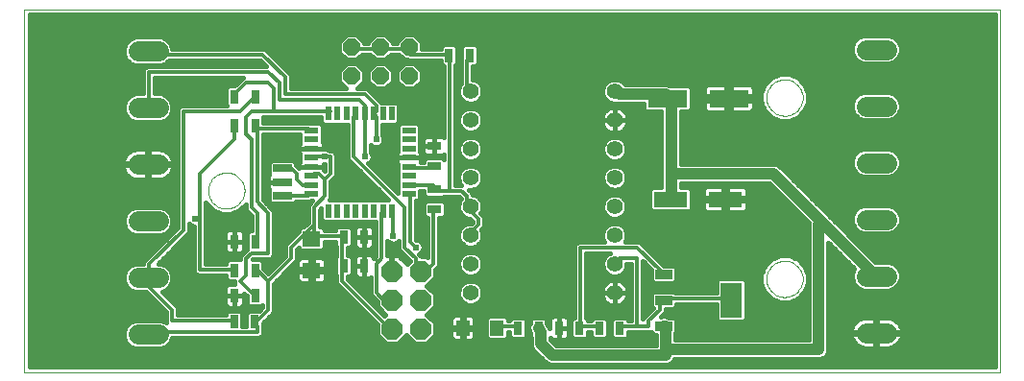
<source format=gtl>
G75*
G70*
%OFA0B0*%
%FSLAX24Y24*%
%IPPOS*%
%LPD*%
%AMOC8*
5,1,8,0,0,1.08239X$1,22.5*
%
%ADD10C,0.0000*%
%ADD11R,0.0315X0.0472*%
%ADD12OC8,0.0600*%
%ADD13C,0.0554*%
%ADD14R,0.1378X0.0630*%
%ADD15R,0.0472X0.0315*%
%ADD16OC8,0.0740*%
%ADD17R,0.0669X0.0276*%
%ADD18R,0.0500X0.0220*%
%ADD19R,0.0220X0.0500*%
%ADD20R,0.0630X0.0551*%
%ADD21R,0.1181X0.0551*%
%ADD22R,0.0600X0.0320*%
%ADD23R,0.0750X0.1230*%
%ADD24R,0.0472X0.0551*%
%ADD25C,0.0705*%
%ADD26C,0.0120*%
%ADD27C,0.0240*%
%ADD28C,0.0160*%
%ADD29C,0.0317*%
%ADD30C,0.0400*%
D10*
X007188Y005731D02*
X007188Y018325D01*
X041042Y018325D01*
X041042Y005731D01*
X007188Y005731D01*
X013566Y012030D02*
X013568Y012080D01*
X013574Y012130D01*
X013584Y012179D01*
X013598Y012227D01*
X013615Y012274D01*
X013636Y012319D01*
X013661Y012363D01*
X013689Y012404D01*
X013721Y012443D01*
X013755Y012480D01*
X013792Y012514D01*
X013832Y012544D01*
X013874Y012571D01*
X013918Y012595D01*
X013964Y012616D01*
X014011Y012632D01*
X014059Y012645D01*
X014109Y012654D01*
X014158Y012659D01*
X014209Y012660D01*
X014259Y012657D01*
X014308Y012650D01*
X014357Y012639D01*
X014405Y012624D01*
X014451Y012606D01*
X014496Y012584D01*
X014539Y012558D01*
X014580Y012529D01*
X014619Y012497D01*
X014655Y012462D01*
X014687Y012424D01*
X014717Y012384D01*
X014744Y012341D01*
X014767Y012297D01*
X014786Y012251D01*
X014802Y012203D01*
X014814Y012154D01*
X014822Y012105D01*
X014826Y012055D01*
X014826Y012005D01*
X014822Y011955D01*
X014814Y011906D01*
X014802Y011857D01*
X014786Y011809D01*
X014767Y011763D01*
X014744Y011719D01*
X014717Y011676D01*
X014687Y011636D01*
X014655Y011598D01*
X014619Y011563D01*
X014580Y011531D01*
X014539Y011502D01*
X014496Y011476D01*
X014451Y011454D01*
X014405Y011436D01*
X014357Y011421D01*
X014308Y011410D01*
X014259Y011403D01*
X014209Y011400D01*
X014158Y011401D01*
X014109Y011406D01*
X014059Y011415D01*
X014011Y011428D01*
X013964Y011444D01*
X013918Y011465D01*
X013874Y011489D01*
X013832Y011516D01*
X013792Y011546D01*
X013755Y011580D01*
X013721Y011617D01*
X013689Y011656D01*
X013661Y011697D01*
X013636Y011741D01*
X013615Y011786D01*
X013598Y011833D01*
X013584Y011881D01*
X013574Y011930D01*
X013568Y011980D01*
X013566Y012030D01*
X032936Y008960D02*
X032938Y009010D01*
X032944Y009060D01*
X032954Y009109D01*
X032968Y009157D01*
X032985Y009204D01*
X033006Y009249D01*
X033031Y009293D01*
X033059Y009334D01*
X033091Y009373D01*
X033125Y009410D01*
X033162Y009444D01*
X033202Y009474D01*
X033244Y009501D01*
X033288Y009525D01*
X033334Y009546D01*
X033381Y009562D01*
X033429Y009575D01*
X033479Y009584D01*
X033528Y009589D01*
X033579Y009590D01*
X033629Y009587D01*
X033678Y009580D01*
X033727Y009569D01*
X033775Y009554D01*
X033821Y009536D01*
X033866Y009514D01*
X033909Y009488D01*
X033950Y009459D01*
X033989Y009427D01*
X034025Y009392D01*
X034057Y009354D01*
X034087Y009314D01*
X034114Y009271D01*
X034137Y009227D01*
X034156Y009181D01*
X034172Y009133D01*
X034184Y009084D01*
X034192Y009035D01*
X034196Y008985D01*
X034196Y008935D01*
X034192Y008885D01*
X034184Y008836D01*
X034172Y008787D01*
X034156Y008739D01*
X034137Y008693D01*
X034114Y008649D01*
X034087Y008606D01*
X034057Y008566D01*
X034025Y008528D01*
X033989Y008493D01*
X033950Y008461D01*
X033909Y008432D01*
X033866Y008406D01*
X033821Y008384D01*
X033775Y008366D01*
X033727Y008351D01*
X033678Y008340D01*
X033629Y008333D01*
X033579Y008330D01*
X033528Y008331D01*
X033479Y008336D01*
X033429Y008345D01*
X033381Y008358D01*
X033334Y008374D01*
X033288Y008395D01*
X033244Y008419D01*
X033202Y008446D01*
X033162Y008476D01*
X033125Y008510D01*
X033091Y008547D01*
X033059Y008586D01*
X033031Y008627D01*
X033006Y008671D01*
X032985Y008716D01*
X032968Y008763D01*
X032954Y008811D01*
X032944Y008860D01*
X032938Y008910D01*
X032936Y008960D01*
X032936Y015259D02*
X032938Y015309D01*
X032944Y015359D01*
X032954Y015408D01*
X032968Y015456D01*
X032985Y015503D01*
X033006Y015548D01*
X033031Y015592D01*
X033059Y015633D01*
X033091Y015672D01*
X033125Y015709D01*
X033162Y015743D01*
X033202Y015773D01*
X033244Y015800D01*
X033288Y015824D01*
X033334Y015845D01*
X033381Y015861D01*
X033429Y015874D01*
X033479Y015883D01*
X033528Y015888D01*
X033579Y015889D01*
X033629Y015886D01*
X033678Y015879D01*
X033727Y015868D01*
X033775Y015853D01*
X033821Y015835D01*
X033866Y015813D01*
X033909Y015787D01*
X033950Y015758D01*
X033989Y015726D01*
X034025Y015691D01*
X034057Y015653D01*
X034087Y015613D01*
X034114Y015570D01*
X034137Y015526D01*
X034156Y015480D01*
X034172Y015432D01*
X034184Y015383D01*
X034192Y015334D01*
X034196Y015284D01*
X034196Y015234D01*
X034192Y015184D01*
X034184Y015135D01*
X034172Y015086D01*
X034156Y015038D01*
X034137Y014992D01*
X034114Y014948D01*
X034087Y014905D01*
X034057Y014865D01*
X034025Y014827D01*
X033989Y014792D01*
X033950Y014760D01*
X033909Y014731D01*
X033866Y014705D01*
X033821Y014683D01*
X033775Y014665D01*
X033727Y014650D01*
X033678Y014639D01*
X033629Y014632D01*
X033579Y014629D01*
X033528Y014630D01*
X033479Y014635D01*
X033429Y014644D01*
X033381Y014657D01*
X033334Y014673D01*
X033288Y014694D01*
X033244Y014718D01*
X033202Y014745D01*
X033162Y014775D01*
X033125Y014809D01*
X033091Y014846D01*
X033059Y014885D01*
X033031Y014926D01*
X033006Y014970D01*
X032985Y015015D01*
X032968Y015062D01*
X032954Y015110D01*
X032944Y015159D01*
X032938Y015209D01*
X032936Y015259D01*
D11*
X022633Y016731D03*
X021924Y016731D03*
X015192Y015294D03*
X014483Y015294D03*
X014483Y014294D03*
X015192Y014294D03*
X018271Y010412D03*
X018979Y010412D03*
X018979Y009412D03*
X018271Y009412D03*
X015192Y009263D03*
X014483Y009263D03*
X014483Y008381D03*
X015192Y008381D03*
X015168Y007475D03*
X014460Y007475D03*
X014483Y010263D03*
X015192Y010263D03*
X024318Y007256D03*
X025026Y007256D03*
X025743Y007256D03*
X026451Y007256D03*
X027143Y007256D03*
X027851Y007256D03*
D12*
X020542Y016013D03*
X019542Y016013D03*
X018542Y016013D03*
X018542Y017013D03*
X019542Y017013D03*
X020542Y017013D03*
D13*
X022672Y015481D03*
X022672Y014481D03*
X022672Y013481D03*
X022672Y012481D03*
X022672Y011481D03*
X022672Y010481D03*
X022672Y009481D03*
X022672Y008481D03*
X027672Y008481D03*
X027672Y009481D03*
X027672Y010481D03*
X027672Y011481D03*
X027672Y012481D03*
X027672Y013481D03*
X027672Y014481D03*
X027672Y015481D03*
D14*
X029503Y015231D03*
X031629Y015231D03*
D15*
X021416Y013582D03*
X021416Y012873D03*
X021424Y012089D03*
X021424Y011381D03*
D16*
X020936Y009227D03*
X019936Y009227D03*
X019936Y008227D03*
X020936Y008227D03*
X020936Y007227D03*
X019936Y007227D03*
D17*
X016149Y011857D03*
X016149Y012330D03*
X016149Y012802D03*
D18*
X017147Y012861D03*
X017147Y013176D03*
X017147Y013491D03*
X017147Y013806D03*
X017147Y014121D03*
X017147Y012546D03*
X017147Y012231D03*
X017147Y011916D03*
X020527Y011916D03*
X020527Y012231D03*
X020527Y012546D03*
X020527Y012861D03*
X020527Y013176D03*
X020527Y013491D03*
X020527Y013806D03*
X020527Y014121D03*
D19*
X019940Y014709D03*
X019625Y014709D03*
X019310Y014709D03*
X018995Y014709D03*
X018680Y014709D03*
X018365Y014709D03*
X018050Y014709D03*
X017735Y014709D03*
X017735Y011329D03*
X018050Y011329D03*
X018365Y011329D03*
X018680Y011329D03*
X018995Y011329D03*
X019310Y011329D03*
X019625Y011329D03*
X019940Y011329D03*
D20*
X017152Y010365D03*
X017152Y009263D03*
D21*
X029621Y011731D03*
X031511Y011731D03*
D22*
X029377Y009125D03*
X029377Y008231D03*
X029377Y007330D03*
D23*
X031716Y008231D03*
D24*
X023588Y007256D03*
X022407Y007256D03*
D25*
X011831Y007036D02*
X011126Y007036D01*
X011126Y009004D02*
X011831Y009004D01*
X011831Y010973D02*
X011126Y010973D01*
X011126Y012941D02*
X011831Y012941D01*
X011831Y014910D02*
X011126Y014910D01*
X011126Y016878D02*
X011831Y016878D01*
X036401Y016932D02*
X037106Y016932D01*
X037106Y014963D02*
X036401Y014963D01*
X036401Y012995D02*
X037106Y012995D01*
X037106Y011026D02*
X036401Y011026D01*
X036401Y009058D02*
X037106Y009058D01*
X037106Y007089D02*
X036401Y007089D01*
D26*
X031716Y008231D02*
X031597Y008290D01*
X029432Y008290D01*
X029377Y008231D01*
X029235Y008093D01*
X029235Y007897D01*
X028841Y007503D01*
X028841Y007306D01*
X028448Y007306D01*
X028448Y009668D01*
X027857Y009668D01*
X027672Y009481D01*
X028448Y010062D02*
X026479Y010062D01*
X026479Y007306D01*
X026451Y007256D01*
X026479Y007306D02*
X027070Y007306D01*
X027143Y007256D01*
X027851Y007256D02*
X027857Y007306D01*
X028448Y007306D01*
X029377Y009125D02*
X029235Y009274D01*
X028448Y010062D01*
X022936Y010849D02*
X022739Y010652D01*
X022672Y010481D01*
X022936Y010849D02*
X022936Y011046D01*
X022739Y011243D01*
X022739Y011440D01*
X022672Y011481D01*
X022542Y011637D01*
X022542Y011834D01*
X022345Y012030D01*
X021952Y012030D01*
X021952Y016558D01*
X021924Y016731D01*
X021952Y016755D01*
X020574Y016755D01*
X020574Y016952D01*
X020542Y017013D01*
X020377Y016952D01*
X019589Y016952D01*
X019542Y017013D01*
X019393Y016952D01*
X018605Y016952D01*
X018542Y017013D01*
X016243Y015967D02*
X015456Y016755D01*
X011519Y016755D01*
X011478Y016878D01*
X011519Y016164D02*
X011519Y014983D01*
X011478Y014910D01*
X012700Y014786D02*
X012700Y010652D01*
X011519Y009471D01*
X011519Y009078D01*
X011478Y009004D01*
X011519Y008881D01*
X011519Y008684D01*
X012306Y007897D01*
X012306Y007503D01*
X014471Y007503D01*
X014460Y007475D01*
X015168Y007475D02*
X015259Y007306D01*
X015259Y007109D01*
X011519Y007109D01*
X011478Y007036D01*
X014668Y008881D02*
X015062Y008487D01*
X015192Y008381D01*
X015652Y007897D02*
X015652Y008881D01*
X016440Y009668D01*
X016440Y010062D01*
X017227Y010849D01*
X017227Y011440D01*
X017621Y011834D01*
X017621Y012424D01*
X017818Y012621D01*
X017818Y013211D01*
X017621Y013211D01*
X017227Y013211D01*
X017147Y013176D01*
X016637Y012621D02*
X016440Y012818D01*
X016243Y012818D01*
X016149Y012802D01*
X016637Y012621D02*
X016637Y012424D01*
X016834Y012227D01*
X017030Y012227D01*
X017147Y012231D01*
X017147Y011916D02*
X017030Y011834D01*
X016243Y011834D01*
X016149Y011857D01*
X015652Y011243D02*
X015259Y011637D01*
X015259Y014196D01*
X015192Y014294D01*
X015259Y014196D02*
X017030Y014196D01*
X017147Y014121D01*
X017735Y014709D02*
X017818Y014786D01*
X015849Y014786D01*
X015849Y015574D01*
X015652Y015771D01*
X014865Y015771D01*
X014471Y015377D01*
X014483Y015294D01*
X014668Y014786D02*
X015062Y015180D01*
X015192Y015294D01*
X015062Y014786D02*
X015849Y014786D01*
X016046Y015180D02*
X016046Y015771D01*
X015652Y016164D01*
X011519Y016164D01*
X012700Y014786D02*
X014668Y014786D01*
X014865Y014589D02*
X015062Y014786D01*
X014865Y014589D02*
X014865Y013999D01*
X015062Y013802D01*
X015062Y011440D01*
X015259Y011243D01*
X015259Y010456D01*
X015192Y010263D01*
X015062Y009865D02*
X015652Y009865D01*
X015652Y011243D01*
X017227Y010849D02*
X017227Y010456D01*
X017152Y010365D01*
X017227Y010456D02*
X018211Y010456D01*
X018271Y010412D01*
X018211Y010259D01*
X018211Y009471D01*
X018271Y009412D01*
X018211Y009274D01*
X018211Y008881D01*
X019786Y007306D01*
X019936Y007227D01*
X019786Y008093D02*
X019936Y008227D01*
X019786Y008093D02*
X019393Y008487D01*
X019393Y009471D01*
X019589Y009668D01*
X019589Y011243D01*
X019625Y011329D01*
X019940Y011329D02*
X019983Y011243D01*
X019983Y010456D01*
X020574Y010259D02*
X020771Y010062D01*
X020574Y010259D02*
X020574Y011834D01*
X020527Y011916D01*
X020574Y012227D02*
X020527Y012231D01*
X020574Y012227D02*
X021361Y012227D01*
X021424Y012089D01*
X021558Y012030D01*
X021952Y012030D01*
X021424Y011381D02*
X021361Y011243D01*
X021361Y009471D01*
X020967Y009078D01*
X020936Y009227D01*
X020771Y009274D01*
X020771Y009668D01*
X020377Y010062D01*
X020377Y011440D01*
X018605Y013211D01*
X018605Y014589D01*
X018680Y014709D01*
X018995Y014709D02*
X018999Y014589D01*
X018999Y013211D01*
X019393Y013802D02*
X019393Y014589D01*
X019310Y014709D01*
X019393Y014786D01*
X019393Y014983D01*
X018999Y015377D01*
X016243Y015377D01*
X016243Y015967D01*
X016046Y015180D02*
X018802Y015180D01*
X018999Y014983D01*
X018999Y014786D01*
X018995Y014709D01*
X020527Y012861D02*
X020574Y012818D01*
X021361Y012818D01*
X021416Y012873D01*
X017621Y012424D02*
X017424Y012621D01*
X017227Y012621D01*
X017147Y012546D01*
X014471Y013802D02*
X014471Y014196D01*
X014483Y014294D01*
X014471Y013802D02*
X013290Y012621D01*
X013290Y011046D01*
X013093Y011046D01*
X013290Y011046D02*
X013290Y009274D01*
X014471Y009274D01*
X014483Y009263D01*
X014865Y009078D02*
X014668Y008881D01*
X014865Y009078D02*
X014865Y009668D01*
X015062Y009865D01*
X015192Y009263D02*
X015259Y009274D01*
X015652Y008881D01*
X015652Y007897D02*
X015259Y007503D01*
X015168Y007475D01*
X023588Y007256D02*
X023723Y007306D01*
X024314Y007306D01*
X024318Y007256D01*
X022672Y015481D02*
X022542Y015574D01*
X022542Y016558D01*
X022633Y016731D01*
D27*
X019393Y013802D03*
X018999Y013211D03*
X017621Y013211D03*
X013093Y011046D03*
X019983Y010456D03*
X020771Y010062D03*
D28*
X021008Y010169D02*
X021161Y010169D01*
X021031Y010114D02*
X020991Y010209D01*
X020918Y010282D01*
X020822Y010322D01*
X020793Y010322D01*
X020774Y010342D01*
X020774Y011666D01*
X020835Y011666D01*
X020917Y011748D01*
X020917Y012027D01*
X021048Y012027D01*
X021048Y011874D01*
X021130Y011792D01*
X021718Y011792D01*
X021757Y011830D01*
X022263Y011830D01*
X022342Y011751D01*
X022342Y011741D01*
X022318Y011717D01*
X022255Y011564D01*
X022255Y011398D01*
X022318Y011245D01*
X022436Y011128D01*
X022589Y011064D01*
X022635Y011064D01*
X022656Y011043D01*
X022736Y010963D01*
X022736Y010932D01*
X022702Y010898D01*
X022589Y010898D01*
X022436Y010835D01*
X022318Y010717D01*
X022255Y010564D01*
X022255Y010398D01*
X022318Y010245D01*
X022436Y010128D01*
X022589Y010064D01*
X022755Y010064D01*
X022908Y010128D01*
X023026Y010245D01*
X023089Y010398D01*
X023089Y010564D01*
X023044Y010674D01*
X023136Y010766D01*
X023136Y011129D01*
X023023Y011242D01*
X023026Y011245D01*
X023089Y011398D01*
X023089Y011564D01*
X023026Y011717D01*
X022908Y011835D01*
X022755Y011898D01*
X022742Y011898D01*
X022742Y011916D01*
X022625Y012034D01*
X022595Y012064D01*
X022755Y012064D01*
X022908Y012128D01*
X023026Y012245D01*
X023089Y012398D01*
X023089Y012564D01*
X023026Y012717D01*
X022908Y012835D01*
X022755Y012898D01*
X022589Y012898D01*
X022436Y012835D01*
X022318Y012717D01*
X022255Y012564D01*
X022255Y012398D01*
X022318Y012245D01*
X022333Y012230D01*
X022152Y012230D01*
X022152Y016367D01*
X022222Y016437D01*
X022222Y017025D01*
X022140Y017107D01*
X021709Y017107D01*
X021627Y017025D01*
X021627Y016955D01*
X020982Y016955D01*
X020982Y017195D01*
X020724Y017453D01*
X020359Y017453D01*
X020102Y017195D01*
X020102Y017152D01*
X019982Y017152D01*
X019982Y017195D01*
X019724Y017453D01*
X019359Y017453D01*
X019102Y017195D01*
X019102Y017152D01*
X018982Y017152D01*
X018982Y017195D01*
X018724Y017453D01*
X018359Y017453D01*
X018102Y017195D01*
X018102Y016830D01*
X018359Y016573D01*
X018724Y016573D01*
X018903Y016752D01*
X019180Y016752D01*
X019359Y016573D01*
X019724Y016573D01*
X019903Y016752D01*
X020180Y016752D01*
X020359Y016573D01*
X020473Y016573D01*
X020491Y016555D01*
X021627Y016555D01*
X021627Y016437D01*
X021709Y016355D01*
X021752Y016355D01*
X021752Y013890D01*
X021722Y013907D01*
X021676Y013919D01*
X021416Y013919D01*
X021156Y013919D01*
X021111Y013907D01*
X021069Y013883D01*
X021036Y013850D01*
X021012Y013809D01*
X021000Y013763D01*
X021000Y013582D01*
X021416Y013582D01*
X021416Y013919D01*
X021416Y013582D01*
X021416Y013582D01*
X021416Y013582D01*
X021000Y013582D01*
X021000Y013400D01*
X021012Y013355D01*
X021036Y013314D01*
X021069Y013280D01*
X021111Y013256D01*
X021156Y013244D01*
X021416Y013244D01*
X021416Y013582D01*
X021416Y013582D01*
X021416Y013244D01*
X021676Y013244D01*
X021722Y013256D01*
X021752Y013274D01*
X021752Y013129D01*
X021710Y013170D01*
X021122Y013170D01*
X021040Y013088D01*
X021040Y013018D01*
X020951Y013018D01*
X020957Y013042D01*
X020957Y013176D01*
X020527Y013176D01*
X020097Y013176D01*
X020097Y013042D01*
X020110Y012997D01*
X020133Y012956D01*
X020137Y012952D01*
X020137Y011962D01*
X019120Y012980D01*
X019146Y012991D01*
X019219Y013064D01*
X019259Y013160D01*
X019259Y013263D01*
X019219Y013359D01*
X019199Y013379D01*
X019199Y013628D01*
X019245Y013582D01*
X019341Y013542D01*
X019444Y013542D01*
X019540Y013582D01*
X019613Y013655D01*
X019653Y013750D01*
X019653Y013854D01*
X019613Y013949D01*
X019593Y013970D01*
X019593Y014319D01*
X020108Y014319D01*
X020190Y014401D01*
X020190Y015017D01*
X020108Y015099D01*
X019560Y015099D01*
X019199Y015460D01*
X019082Y015577D01*
X018728Y015577D01*
X018982Y015830D01*
X018982Y016195D01*
X018724Y016453D01*
X018359Y016453D01*
X018102Y016195D01*
X018102Y015830D01*
X018355Y015577D01*
X016443Y015577D01*
X016443Y016050D01*
X015656Y016838D01*
X015538Y016955D01*
X012323Y016955D01*
X012323Y016976D01*
X012248Y017157D01*
X012110Y017296D01*
X011929Y017371D01*
X011028Y017371D01*
X010847Y017296D01*
X010708Y017157D01*
X010633Y016976D01*
X010633Y016780D01*
X010708Y016599D01*
X010847Y016461D01*
X011028Y016386D01*
X011929Y016386D01*
X012110Y016461D01*
X012204Y016555D01*
X015373Y016555D01*
X015563Y016364D01*
X011436Y016364D01*
X011319Y016247D01*
X011319Y015402D01*
X011028Y015402D01*
X010847Y015327D01*
X010708Y015189D01*
X010633Y015007D01*
X010633Y014812D01*
X010708Y014631D01*
X010847Y014492D01*
X011028Y014417D01*
X011929Y014417D01*
X012110Y014492D01*
X012248Y014631D01*
X012323Y014812D01*
X012323Y015007D01*
X012248Y015189D01*
X012110Y015327D01*
X011929Y015402D01*
X011719Y015402D01*
X011719Y015964D01*
X014776Y015964D01*
X014665Y015853D01*
X014482Y015670D01*
X014268Y015670D01*
X014186Y015588D01*
X014186Y015000D01*
X014199Y014986D01*
X012617Y014986D01*
X012500Y014869D01*
X012500Y010735D01*
X011436Y009671D01*
X011319Y009554D01*
X011319Y009497D01*
X011028Y009497D01*
X010847Y009422D01*
X010708Y009283D01*
X010633Y009102D01*
X010633Y008906D01*
X010708Y008725D01*
X010847Y008586D01*
X011028Y008512D01*
X011408Y008512D01*
X011436Y008484D01*
X012106Y007814D01*
X012106Y007455D01*
X011929Y007528D01*
X011028Y007528D01*
X010847Y007453D01*
X010708Y007314D01*
X010633Y007133D01*
X010633Y006938D01*
X010708Y006757D01*
X010847Y006618D01*
X011028Y006543D01*
X011929Y006543D01*
X012110Y006618D01*
X012248Y006757D01*
X012311Y006909D01*
X015342Y006909D01*
X015459Y007026D01*
X015459Y007174D01*
X015466Y007181D01*
X015466Y007299D01*
X015474Y007327D01*
X015466Y007343D01*
X015466Y007427D01*
X015735Y007697D01*
X015852Y007814D01*
X015852Y008798D01*
X016523Y009468D01*
X016640Y009585D01*
X016640Y009979D01*
X016697Y010037D01*
X016697Y010031D01*
X016779Y009949D01*
X017525Y009949D01*
X017607Y010031D01*
X017607Y010256D01*
X017973Y010256D01*
X017973Y010118D01*
X018011Y010080D01*
X018011Y009745D01*
X017973Y009706D01*
X017973Y009118D01*
X018011Y009080D01*
X018011Y008798D01*
X018129Y008681D01*
X019426Y007384D01*
X019426Y007016D01*
X019725Y006717D01*
X020147Y006717D01*
X020436Y007006D01*
X020725Y006717D01*
X021147Y006717D01*
X021446Y007016D01*
X021446Y007438D01*
X021157Y007727D01*
X021446Y008016D01*
X021446Y008438D01*
X021157Y008727D01*
X021446Y009016D01*
X021446Y009273D01*
X021561Y009388D01*
X021561Y011083D01*
X021718Y011083D01*
X021800Y011165D01*
X021800Y011596D01*
X021718Y011678D01*
X021130Y011678D01*
X021048Y011596D01*
X021048Y011165D01*
X021130Y011083D01*
X021161Y011083D01*
X021161Y009723D01*
X021147Y009737D01*
X020971Y009737D01*
X020971Y009751D01*
X020891Y009830D01*
X020918Y009841D01*
X020991Y009915D01*
X021031Y010010D01*
X021031Y010114D01*
X021031Y010011D02*
X021161Y010011D01*
X021161Y009852D02*
X020929Y009852D01*
X020571Y009585D02*
X020571Y009583D01*
X020464Y009477D01*
X020164Y009777D01*
X019956Y009777D01*
X019956Y009247D01*
X019916Y009247D01*
X019916Y009777D01*
X019789Y009777D01*
X019789Y010282D01*
X019836Y010235D01*
X019931Y010196D01*
X020035Y010196D01*
X020130Y010235D01*
X020177Y010282D01*
X020177Y009979D01*
X020571Y009585D01*
X020523Y009535D02*
X020406Y009535D01*
X020462Y009694D02*
X020247Y009694D01*
X020304Y009852D02*
X019789Y009852D01*
X019789Y010011D02*
X020177Y010011D01*
X020177Y010169D02*
X019789Y010169D01*
X019389Y010169D02*
X019317Y010169D01*
X019317Y010152D02*
X019317Y010412D01*
X018979Y010412D01*
X018979Y010412D01*
X018979Y009996D01*
X018798Y009996D01*
X018752Y010008D01*
X018711Y010032D01*
X018678Y010066D01*
X018654Y010107D01*
X018642Y010152D01*
X018642Y010412D01*
X018979Y010412D01*
X018979Y010412D01*
X018979Y009996D01*
X019160Y009996D01*
X019206Y010008D01*
X019247Y010032D01*
X019281Y010066D01*
X019304Y010107D01*
X019317Y010152D01*
X019389Y010011D02*
X019210Y010011D01*
X019160Y009829D02*
X018979Y009829D01*
X018798Y009829D01*
X018752Y009816D01*
X018711Y009793D01*
X018678Y009759D01*
X018654Y009718D01*
X018642Y009672D01*
X018642Y009412D01*
X018642Y009152D01*
X018654Y009107D01*
X018678Y009066D01*
X018711Y009032D01*
X018752Y009008D01*
X018798Y008996D01*
X018979Y008996D01*
X018979Y009412D01*
X018979Y009412D01*
X018642Y009412D01*
X018979Y009412D01*
X018979Y009412D01*
X018979Y008996D01*
X019160Y008996D01*
X019193Y009005D01*
X019193Y008404D01*
X019426Y008171D01*
X019426Y008016D01*
X019715Y007727D01*
X019681Y007694D01*
X018411Y008964D01*
X018411Y009036D01*
X018486Y009036D01*
X018568Y009118D01*
X018568Y009706D01*
X018486Y009789D01*
X018411Y009789D01*
X018411Y010036D01*
X018486Y010036D01*
X018568Y010118D01*
X018568Y010706D01*
X018486Y010789D01*
X018055Y010789D01*
X017973Y010706D01*
X017973Y010656D01*
X017607Y010656D01*
X017607Y010699D01*
X017525Y010781D01*
X017427Y010781D01*
X017427Y011357D01*
X017485Y011415D01*
X017485Y011021D01*
X017567Y010939D01*
X019389Y010939D01*
X019389Y009751D01*
X019315Y009677D01*
X019304Y009718D01*
X019281Y009759D01*
X019247Y009793D01*
X019206Y009816D01*
X019160Y009829D01*
X018979Y009829D02*
X018979Y009412D01*
X018979Y009829D01*
X018979Y009694D02*
X018979Y009694D01*
X018979Y009535D02*
X018979Y009535D01*
X018979Y009412D02*
X018979Y009412D01*
X018979Y009377D02*
X018979Y009377D01*
X018979Y009218D02*
X018979Y009218D01*
X018979Y009060D02*
X018979Y009060D01*
X019193Y008901D02*
X018474Y008901D01*
X018510Y009060D02*
X018684Y009060D01*
X018642Y009218D02*
X018568Y009218D01*
X018568Y009377D02*
X018642Y009377D01*
X018642Y009535D02*
X018568Y009535D01*
X018568Y009694D02*
X018647Y009694D01*
X018411Y009852D02*
X019389Y009852D01*
X019332Y009694D02*
X019311Y009694D01*
X019916Y009694D02*
X019956Y009694D01*
X019956Y009535D02*
X019916Y009535D01*
X019916Y009377D02*
X019956Y009377D01*
X019193Y008743D02*
X018632Y008743D01*
X018791Y008584D02*
X019193Y008584D01*
X019193Y008426D02*
X018949Y008426D01*
X019108Y008267D02*
X019330Y008267D01*
X019266Y008109D02*
X019426Y008109D01*
X019425Y007950D02*
X019492Y007950D01*
X019583Y007792D02*
X019650Y007792D01*
X019335Y007475D02*
X015513Y007475D01*
X015471Y007316D02*
X019426Y007316D01*
X019426Y007158D02*
X015459Y007158D01*
X015432Y006999D02*
X019443Y006999D01*
X019601Y006841D02*
X012283Y006841D01*
X012174Y006682D02*
X024761Y006682D01*
X024761Y006648D02*
X024813Y006523D01*
X025207Y006129D01*
X025302Y006033D01*
X025427Y005982D01*
X029500Y005982D01*
X029625Y006033D01*
X029720Y006129D01*
X029741Y006179D01*
X034815Y006179D01*
X034940Y006230D01*
X035035Y006326D01*
X035087Y006451D01*
X035087Y010225D01*
X035981Y009331D01*
X035909Y009156D01*
X035909Y008960D01*
X035984Y008779D01*
X036122Y008640D01*
X036303Y008565D01*
X037204Y008565D01*
X037385Y008640D01*
X037524Y008779D01*
X037599Y008960D01*
X037599Y009156D01*
X037524Y009337D01*
X037385Y009475D01*
X037204Y009550D01*
X036724Y009550D01*
X035038Y011236D01*
X033365Y012909D01*
X033240Y012961D01*
X029969Y012961D01*
X029969Y014776D01*
X030250Y014776D01*
X030332Y014858D01*
X030332Y015604D01*
X030250Y015686D01*
X029578Y015686D01*
X029553Y015695D01*
X029500Y015717D01*
X030881Y015717D01*
X030870Y015714D02*
X030829Y015690D01*
X030796Y015657D01*
X030772Y015616D01*
X030760Y015570D01*
X030760Y015309D01*
X031551Y015309D01*
X031551Y015154D01*
X030760Y015154D01*
X030760Y014893D01*
X030772Y014847D01*
X030796Y014806D01*
X030829Y014772D01*
X030870Y014748D01*
X030916Y014736D01*
X031551Y014736D01*
X031551Y015154D01*
X031706Y015154D01*
X031706Y014736D01*
X032341Y014736D01*
X032387Y014748D01*
X032428Y014772D01*
X032462Y014806D01*
X032486Y014847D01*
X032498Y014893D01*
X032498Y015154D01*
X031706Y015154D01*
X031706Y015309D01*
X031551Y015309D01*
X031551Y015726D01*
X030916Y015726D01*
X030870Y015714D01*
X030760Y015558D02*
X030332Y015558D01*
X030332Y015400D02*
X030760Y015400D01*
X030332Y015241D02*
X031551Y015241D01*
X031706Y015241D02*
X032756Y015241D01*
X032756Y015098D02*
X032879Y014800D01*
X033107Y014572D01*
X033405Y014449D01*
X033727Y014449D01*
X034025Y014572D01*
X034252Y014800D01*
X034376Y015098D01*
X034376Y015420D01*
X034252Y015718D01*
X034025Y015945D01*
X033727Y016069D01*
X033405Y016069D01*
X033107Y015945D01*
X032879Y015718D01*
X032756Y015420D01*
X032756Y015098D01*
X032762Y015083D02*
X032498Y015083D01*
X032498Y014924D02*
X032828Y014924D01*
X032913Y014766D02*
X032417Y014766D01*
X031706Y014766D02*
X031551Y014766D01*
X031551Y014924D02*
X031706Y014924D01*
X031706Y015083D02*
X031551Y015083D01*
X031706Y015309D02*
X032498Y015309D01*
X032498Y015570D01*
X032486Y015616D01*
X032462Y015657D01*
X032428Y015690D01*
X032387Y015714D01*
X032341Y015726D01*
X031706Y015726D01*
X031706Y015309D01*
X031706Y015400D02*
X031551Y015400D01*
X031551Y015558D02*
X031706Y015558D01*
X031706Y015717D02*
X031551Y015717D01*
X032377Y015717D02*
X032879Y015717D01*
X032813Y015558D02*
X032498Y015558D01*
X032498Y015400D02*
X032756Y015400D01*
X033037Y015875D02*
X027811Y015875D01*
X027755Y015898D02*
X027908Y015835D01*
X028026Y015717D01*
X028026Y015717D01*
X029422Y015717D01*
X029479Y015720D01*
X029489Y015717D01*
X029500Y015717D01*
X030332Y015083D02*
X030760Y015083D01*
X030760Y014924D02*
X030332Y014924D01*
X029969Y014766D02*
X030841Y014766D01*
X029969Y014607D02*
X033072Y014607D01*
X034060Y014607D02*
X036061Y014607D01*
X036122Y014546D02*
X036303Y014471D01*
X037204Y014471D01*
X037385Y014546D01*
X037524Y014684D01*
X037599Y014865D01*
X037599Y015061D01*
X037524Y015242D01*
X037385Y015381D01*
X037204Y015456D01*
X036303Y015456D01*
X036122Y015381D01*
X035984Y015242D01*
X035909Y015061D01*
X035909Y014865D01*
X035984Y014684D01*
X036122Y014546D01*
X035950Y014766D02*
X034218Y014766D01*
X034304Y014924D02*
X035909Y014924D01*
X035918Y015083D02*
X034370Y015083D01*
X034376Y015241D02*
X035983Y015241D01*
X036168Y015400D02*
X034376Y015400D01*
X034318Y015558D02*
X040862Y015558D01*
X040862Y015400D02*
X037339Y015400D01*
X037524Y015241D02*
X040862Y015241D01*
X040862Y015083D02*
X037590Y015083D01*
X037599Y014924D02*
X040862Y014924D01*
X040862Y014766D02*
X037557Y014766D01*
X037447Y014607D02*
X040862Y014607D01*
X040862Y014449D02*
X029969Y014449D01*
X029969Y014290D02*
X040862Y014290D01*
X040862Y014132D02*
X029969Y014132D01*
X029969Y013973D02*
X040862Y013973D01*
X040862Y013815D02*
X029969Y013815D01*
X029969Y013656D02*
X040862Y013656D01*
X040862Y013498D02*
X029969Y013498D01*
X029969Y013339D02*
X036049Y013339D01*
X035984Y013274D02*
X035909Y013093D01*
X035909Y012897D01*
X035984Y012716D01*
X036122Y012577D01*
X036303Y012502D01*
X037204Y012502D01*
X037385Y012577D01*
X037524Y012716D01*
X037599Y012897D01*
X037599Y013093D01*
X037524Y013274D01*
X037385Y013412D01*
X037204Y013487D01*
X036303Y013487D01*
X036122Y013412D01*
X035984Y013274D01*
X035945Y013181D02*
X029969Y013181D01*
X029969Y013022D02*
X035909Y013022D01*
X035922Y012864D02*
X033410Y012864D01*
X033569Y012705D02*
X035994Y012705D01*
X036196Y012547D02*
X033727Y012547D01*
X033886Y012388D02*
X040862Y012388D01*
X040862Y012230D02*
X034044Y012230D01*
X034203Y012071D02*
X040862Y012071D01*
X040862Y011913D02*
X034361Y011913D01*
X034520Y011754D02*
X040862Y011754D01*
X040862Y011596D02*
X034678Y011596D01*
X034837Y011437D02*
X036116Y011437D01*
X036122Y011444D02*
X035984Y011305D01*
X035909Y011124D01*
X035909Y010928D01*
X035984Y010747D01*
X036122Y010609D01*
X036303Y010534D01*
X037204Y010534D01*
X037385Y010609D01*
X037524Y010747D01*
X037599Y010928D01*
X037599Y011124D01*
X037524Y011305D01*
X037385Y011444D01*
X037204Y011519D01*
X036303Y011519D01*
X036122Y011444D01*
X035973Y011279D02*
X034995Y011279D01*
X035154Y011120D02*
X035909Y011120D01*
X035909Y010962D02*
X035312Y010962D01*
X035471Y010803D02*
X035960Y010803D01*
X036086Y010645D02*
X035629Y010645D01*
X035788Y010486D02*
X040862Y010486D01*
X040862Y010328D02*
X035946Y010328D01*
X036105Y010169D02*
X040862Y010169D01*
X040862Y010011D02*
X036263Y010011D01*
X036422Y009852D02*
X040862Y009852D01*
X040862Y009694D02*
X036580Y009694D01*
X035936Y009377D02*
X035087Y009377D01*
X035087Y009535D02*
X035777Y009535D01*
X035619Y009694D02*
X035087Y009694D01*
X035087Y009852D02*
X035460Y009852D01*
X035302Y010011D02*
X035087Y010011D01*
X035087Y010169D02*
X035143Y010169D01*
X034407Y010169D02*
X028623Y010169D01*
X028648Y010145D02*
X028531Y010262D01*
X028033Y010262D01*
X028089Y010398D01*
X028089Y010564D01*
X028026Y010717D01*
X027908Y010835D01*
X027755Y010898D01*
X027589Y010898D01*
X027436Y010835D01*
X027318Y010717D01*
X027255Y010564D01*
X027255Y010398D01*
X027311Y010262D01*
X026396Y010262D01*
X026279Y010145D01*
X026279Y007632D01*
X026236Y007632D01*
X026154Y007550D01*
X026154Y006962D01*
X026236Y006880D01*
X026667Y006880D01*
X026749Y006962D01*
X026749Y007106D01*
X026845Y007106D01*
X026845Y006962D01*
X026927Y006880D01*
X027358Y006880D01*
X027440Y006962D01*
X027440Y007550D01*
X027358Y007632D01*
X026927Y007632D01*
X026845Y007550D01*
X026845Y007506D01*
X026749Y007506D01*
X026749Y007550D01*
X026679Y007620D01*
X026679Y009862D01*
X027501Y009862D01*
X027436Y009835D01*
X027318Y009717D01*
X027255Y009564D01*
X027255Y009398D01*
X027318Y009245D01*
X027436Y009128D01*
X027589Y009064D01*
X027755Y009064D01*
X027908Y009128D01*
X028026Y009245D01*
X028089Y009398D01*
X028089Y009468D01*
X028248Y009468D01*
X028248Y007506D01*
X028149Y007506D01*
X028149Y007550D01*
X028067Y007632D01*
X027636Y007632D01*
X027554Y007550D01*
X027554Y006962D01*
X027636Y006880D01*
X028067Y006880D01*
X028149Y006962D01*
X028149Y007106D01*
X028924Y007106D01*
X028937Y007119D01*
X028937Y007112D01*
X029019Y007030D01*
X029092Y007030D01*
X029092Y006662D01*
X025636Y006662D01*
X025441Y006856D01*
X025441Y006909D01*
X025475Y006876D01*
X025516Y006852D01*
X025562Y006840D01*
X025743Y006840D01*
X025924Y006840D01*
X025970Y006852D01*
X026011Y006876D01*
X026044Y006909D01*
X026068Y006950D01*
X026080Y006996D01*
X026080Y007256D01*
X025743Y007256D01*
X025743Y007256D01*
X025743Y006840D01*
X025743Y007256D01*
X025743Y007256D01*
X026080Y007256D01*
X026080Y007516D01*
X026068Y007562D01*
X026044Y007603D01*
X026011Y007636D01*
X025970Y007660D01*
X025924Y007672D01*
X025743Y007672D01*
X025743Y007256D01*
X025743Y007256D01*
X025743Y007672D01*
X025562Y007672D01*
X025516Y007660D01*
X025475Y007636D01*
X025441Y007603D01*
X025418Y007562D01*
X025405Y007516D01*
X025405Y007264D01*
X025389Y007302D01*
X025380Y007311D01*
X025324Y007421D01*
X025324Y007550D01*
X025242Y007632D01*
X024811Y007632D01*
X024729Y007550D01*
X024729Y007431D01*
X024724Y007426D01*
X024682Y007297D01*
X024693Y007162D01*
X024729Y007091D01*
X024729Y006962D01*
X024761Y006930D01*
X024761Y006648D01*
X024813Y006524D02*
X007368Y006524D01*
X007368Y006682D02*
X010783Y006682D01*
X010673Y006841D02*
X007368Y006841D01*
X007368Y006999D02*
X010633Y006999D01*
X010643Y007158D02*
X007368Y007158D01*
X007368Y007316D02*
X010710Y007316D01*
X010899Y007475D02*
X007368Y007475D01*
X007368Y007633D02*
X012106Y007633D01*
X012106Y007475D02*
X012057Y007475D01*
X012106Y007792D02*
X007368Y007792D01*
X007368Y007950D02*
X011969Y007950D01*
X011811Y008109D02*
X007368Y008109D01*
X007368Y008267D02*
X011652Y008267D01*
X011494Y008426D02*
X007368Y008426D01*
X007368Y008584D02*
X010852Y008584D01*
X010701Y008743D02*
X007368Y008743D01*
X007368Y008901D02*
X010635Y008901D01*
X010633Y009060D02*
X007368Y009060D01*
X007368Y009218D02*
X010681Y009218D01*
X010802Y009377D02*
X007368Y009377D01*
X007368Y009535D02*
X011319Y009535D01*
X011458Y009694D02*
X007368Y009694D01*
X007368Y009852D02*
X011617Y009852D01*
X011775Y010011D02*
X007368Y010011D01*
X007368Y010169D02*
X011934Y010169D01*
X012092Y010328D02*
X007368Y010328D01*
X007368Y010486D02*
X011013Y010486D01*
X011028Y010480D02*
X010847Y010555D01*
X010708Y010694D01*
X010633Y010875D01*
X010633Y011070D01*
X010708Y011251D01*
X010847Y011390D01*
X011028Y011465D01*
X011929Y011465D01*
X012110Y011390D01*
X012248Y011251D01*
X012323Y011070D01*
X012323Y010875D01*
X012248Y010694D01*
X012110Y010555D01*
X011929Y010480D01*
X011028Y010480D01*
X010757Y010645D02*
X007368Y010645D01*
X007368Y010803D02*
X010663Y010803D01*
X010633Y010962D02*
X007368Y010962D01*
X007368Y011120D02*
X010654Y011120D01*
X010735Y011279D02*
X007368Y011279D01*
X007368Y011437D02*
X010961Y011437D01*
X011996Y011437D02*
X012500Y011437D01*
X012500Y011279D02*
X012221Y011279D01*
X012303Y011120D02*
X012500Y011120D01*
X012500Y010962D02*
X012323Y010962D01*
X012294Y010803D02*
X012500Y010803D01*
X012409Y010645D02*
X012199Y010645D01*
X012251Y010486D02*
X011944Y010486D01*
X012341Y010011D02*
X013090Y010011D01*
X013090Y010169D02*
X012499Y010169D01*
X012658Y010328D02*
X013090Y010328D01*
X013090Y010486D02*
X012816Y010486D01*
X012900Y010570D02*
X012900Y010872D01*
X012946Y010826D01*
X013042Y010786D01*
X013090Y010786D01*
X013090Y009192D01*
X013207Y009074D01*
X014186Y009074D01*
X014186Y008968D01*
X014268Y008886D01*
X014468Y008886D01*
X014468Y008798D01*
X014469Y008797D01*
X014302Y008797D01*
X014256Y008785D01*
X014215Y008761D01*
X014182Y008728D01*
X014158Y008686D01*
X014146Y008641D01*
X014146Y008381D01*
X014483Y008381D01*
X014483Y008381D01*
X014146Y008381D01*
X014146Y008121D01*
X014158Y008075D01*
X014182Y008034D01*
X014215Y008001D01*
X014256Y007977D01*
X014302Y007965D01*
X014483Y007965D01*
X014483Y008381D01*
X014821Y008381D01*
X014821Y008446D01*
X014870Y008396D01*
X014871Y008385D01*
X014894Y008366D01*
X014894Y008087D01*
X014976Y008005D01*
X015407Y008005D01*
X015452Y008050D01*
X015452Y007979D01*
X015325Y007851D01*
X014953Y007851D01*
X014871Y007769D01*
X014871Y007309D01*
X014757Y007309D01*
X014757Y007769D01*
X014675Y007851D01*
X014244Y007851D01*
X014162Y007769D01*
X014162Y007703D01*
X012506Y007703D01*
X012506Y007979D01*
X011961Y008525D01*
X012110Y008586D01*
X012248Y008725D01*
X012323Y008906D01*
X012323Y009102D01*
X012248Y009283D01*
X012110Y009422D01*
X011929Y009497D01*
X011827Y009497D01*
X012900Y010570D01*
X012900Y010645D02*
X013090Y010645D01*
X013001Y010803D02*
X012900Y010803D01*
X013490Y010803D02*
X015059Y010803D01*
X015059Y010645D02*
X014748Y010645D01*
X014751Y010643D02*
X014710Y010667D01*
X014664Y010679D01*
X014483Y010679D01*
X014302Y010679D01*
X014256Y010667D01*
X014215Y010643D01*
X014182Y010609D01*
X014158Y010568D01*
X014146Y010523D01*
X014146Y010263D01*
X014483Y010263D01*
X014483Y010679D01*
X014483Y010263D01*
X014483Y010263D01*
X014483Y010263D01*
X014821Y010263D01*
X014821Y010523D01*
X014808Y010568D01*
X014785Y010609D01*
X014751Y010643D01*
X014894Y010557D02*
X014976Y010639D01*
X015059Y010639D01*
X015059Y011160D01*
X014979Y011240D01*
X014862Y011357D01*
X014862Y011551D01*
X014655Y011344D01*
X014357Y011220D01*
X014035Y011220D01*
X013737Y011344D01*
X013509Y011572D01*
X013490Y011617D01*
X013490Y009474D01*
X014186Y009474D01*
X014186Y009557D01*
X014268Y009639D01*
X014665Y009639D01*
X014665Y009751D01*
X014894Y009980D01*
X014894Y010557D01*
X014894Y010486D02*
X014821Y010486D01*
X014821Y010328D02*
X014894Y010328D01*
X014821Y010263D02*
X014821Y010003D01*
X014808Y009957D01*
X014785Y009916D01*
X014751Y009882D01*
X014710Y009859D01*
X014664Y009846D01*
X014483Y009846D01*
X014302Y009846D01*
X014256Y009859D01*
X014215Y009882D01*
X014182Y009916D01*
X014158Y009957D01*
X014146Y010003D01*
X014146Y010263D01*
X014483Y010263D01*
X014483Y010263D01*
X014483Y010263D01*
X014483Y009846D01*
X014483Y010263D01*
X014821Y010263D01*
X014821Y010169D02*
X014894Y010169D01*
X014894Y010011D02*
X014821Y010011D01*
X014766Y009852D02*
X014686Y009852D01*
X014665Y009694D02*
X013490Y009694D01*
X013490Y009852D02*
X014281Y009852D01*
X014483Y009852D02*
X014483Y009852D01*
X014483Y010011D02*
X014483Y010011D01*
X014483Y010169D02*
X014483Y010169D01*
X014483Y010328D02*
X014483Y010328D01*
X014483Y010486D02*
X014483Y010486D01*
X014483Y010645D02*
X014483Y010645D01*
X014218Y010645D02*
X013490Y010645D01*
X013490Y010486D02*
X014146Y010486D01*
X014146Y010328D02*
X013490Y010328D01*
X013490Y010169D02*
X014146Y010169D01*
X014146Y010011D02*
X013490Y010011D01*
X013090Y009852D02*
X012182Y009852D01*
X012024Y009694D02*
X013090Y009694D01*
X013090Y009535D02*
X011865Y009535D01*
X012155Y009377D02*
X013090Y009377D01*
X013090Y009218D02*
X012275Y009218D01*
X012323Y009060D02*
X014186Y009060D01*
X014253Y008901D02*
X012321Y008901D01*
X012256Y008743D02*
X014197Y008743D01*
X014146Y008584D02*
X012104Y008584D01*
X012060Y008426D02*
X014146Y008426D01*
X014146Y008267D02*
X012218Y008267D01*
X012377Y008109D02*
X014149Y008109D01*
X014483Y008109D02*
X014483Y008109D01*
X014483Y007965D02*
X014664Y007965D01*
X014710Y007977D01*
X014751Y008001D01*
X014785Y008034D01*
X014808Y008075D01*
X014821Y008121D01*
X014821Y008381D01*
X014483Y008381D01*
X014483Y008381D01*
X014483Y008381D01*
X014483Y007965D01*
X014735Y007792D02*
X014893Y007792D01*
X014871Y007633D02*
X014757Y007633D01*
X014757Y007475D02*
X014871Y007475D01*
X014871Y007316D02*
X014757Y007316D01*
X014184Y007792D02*
X012506Y007792D01*
X012506Y007950D02*
X015423Y007950D01*
X015672Y007633D02*
X019176Y007633D01*
X019018Y007792D02*
X015830Y007792D01*
X015852Y007950D02*
X018859Y007950D01*
X018701Y008109D02*
X015852Y008109D01*
X015852Y008267D02*
X018542Y008267D01*
X018384Y008426D02*
X015852Y008426D01*
X015852Y008584D02*
X018225Y008584D01*
X018067Y008743D02*
X015852Y008743D01*
X015956Y008901D02*
X016679Y008901D01*
X016670Y008918D02*
X016693Y008877D01*
X016727Y008843D01*
X016768Y008819D01*
X016814Y008807D01*
X017095Y008807D01*
X017095Y009205D01*
X017210Y009205D01*
X017210Y008807D01*
X017491Y008807D01*
X017537Y008819D01*
X017578Y008843D01*
X017611Y008877D01*
X017635Y008918D01*
X017647Y008963D01*
X017647Y009205D01*
X017210Y009205D01*
X017210Y009320D01*
X017647Y009320D01*
X017647Y009562D01*
X017635Y009608D01*
X017611Y009649D01*
X017578Y009682D01*
X017537Y009706D01*
X017491Y009718D01*
X017210Y009718D01*
X017210Y009320D01*
X017095Y009320D01*
X017095Y009205D01*
X016657Y009205D01*
X016657Y008963D01*
X016670Y008918D01*
X016657Y009060D02*
X016114Y009060D01*
X016273Y009218D02*
X017095Y009218D01*
X017095Y009320D02*
X016657Y009320D01*
X016657Y009562D01*
X016670Y009608D01*
X016693Y009649D01*
X016727Y009682D01*
X016768Y009706D01*
X016814Y009718D01*
X017095Y009718D01*
X017095Y009320D01*
X017095Y009377D02*
X017210Y009377D01*
X017210Y009535D02*
X017095Y009535D01*
X017095Y009694D02*
X017210Y009694D01*
X017558Y009694D02*
X017973Y009694D01*
X017973Y009535D02*
X017647Y009535D01*
X017647Y009377D02*
X017973Y009377D01*
X017973Y009218D02*
X017210Y009218D01*
X017210Y009060D02*
X017095Y009060D01*
X017095Y008901D02*
X017210Y008901D01*
X017626Y008901D02*
X018011Y008901D01*
X018011Y009060D02*
X017647Y009060D01*
X016657Y009377D02*
X016431Y009377D01*
X016590Y009535D02*
X016657Y009535D01*
X016640Y009694D02*
X016747Y009694D01*
X016640Y009852D02*
X018011Y009852D01*
X018011Y010011D02*
X017587Y010011D01*
X017607Y010169D02*
X017973Y010169D01*
X018411Y010011D02*
X018748Y010011D01*
X018642Y010169D02*
X018568Y010169D01*
X018568Y010328D02*
X018642Y010328D01*
X018642Y010412D02*
X018979Y010412D01*
X018979Y010412D01*
X018979Y010829D01*
X018798Y010829D01*
X018752Y010816D01*
X018711Y010793D01*
X018678Y010759D01*
X018654Y010718D01*
X018642Y010672D01*
X018642Y010412D01*
X018642Y010486D02*
X018568Y010486D01*
X018568Y010645D02*
X018642Y010645D01*
X018730Y010803D02*
X017427Y010803D01*
X017427Y010962D02*
X017544Y010962D01*
X017485Y011120D02*
X017427Y011120D01*
X017427Y011279D02*
X017485Y011279D01*
X017027Y011279D02*
X015852Y011279D01*
X015852Y011326D02*
X015459Y011720D01*
X015459Y013969D01*
X015485Y013996D01*
X016757Y013996D01*
X016757Y013974D01*
X016757Y013716D01*
X016753Y013712D01*
X016730Y013671D01*
X016717Y013625D01*
X016717Y013491D01*
X016717Y013357D01*
X016730Y013312D01*
X016753Y013271D01*
X016757Y013266D01*
X016757Y013086D01*
X016753Y013082D01*
X016730Y013041D01*
X016717Y012995D01*
X016717Y012861D01*
X016717Y012823D01*
X016640Y012901D01*
X016623Y012917D01*
X016623Y012998D01*
X016541Y013080D01*
X015756Y013080D01*
X015674Y012998D01*
X015674Y012606D01*
X015686Y012594D01*
X015670Y012578D01*
X015646Y012537D01*
X015634Y012491D01*
X015634Y012330D01*
X016148Y012330D01*
X016148Y012330D01*
X015634Y012330D01*
X015634Y012168D01*
X015646Y012122D01*
X015670Y012081D01*
X015686Y012065D01*
X015674Y012053D01*
X015674Y011661D01*
X015756Y011579D01*
X016541Y011579D01*
X016595Y011634D01*
X017013Y011634D01*
X017078Y011622D01*
X017094Y011634D01*
X017113Y011634D01*
X017146Y011666D01*
X017171Y011666D01*
X017144Y011640D01*
X017027Y011523D01*
X017027Y010932D01*
X016876Y010781D01*
X016779Y010781D01*
X016697Y010699D01*
X016697Y010602D01*
X016240Y010145D01*
X016240Y009751D01*
X015652Y009164D01*
X015489Y009327D01*
X015489Y009557D01*
X015407Y009639D01*
X015119Y009639D01*
X015145Y009665D01*
X015735Y009665D01*
X015852Y009782D01*
X015852Y011326D01*
X015741Y011437D02*
X017027Y011437D01*
X017100Y011596D02*
X016557Y011596D01*
X017144Y011640D02*
X017144Y011640D01*
X017027Y011120D02*
X015852Y011120D01*
X015852Y010962D02*
X017027Y010962D01*
X016898Y010803D02*
X015852Y010803D01*
X015852Y010645D02*
X016697Y010645D01*
X016581Y010486D02*
X015852Y010486D01*
X015852Y010328D02*
X016423Y010328D01*
X016264Y010169D02*
X015852Y010169D01*
X015852Y010011D02*
X016240Y010011D01*
X016240Y009852D02*
X015852Y009852D01*
X015764Y009694D02*
X016183Y009694D01*
X016024Y009535D02*
X015489Y009535D01*
X015489Y009377D02*
X015865Y009377D01*
X015707Y009218D02*
X015598Y009218D01*
X014186Y009535D02*
X013490Y009535D01*
X013490Y010962D02*
X015059Y010962D01*
X015059Y011120D02*
X013490Y011120D01*
X013490Y011279D02*
X013894Y011279D01*
X013644Y011437D02*
X013490Y011437D01*
X013490Y011596D02*
X013499Y011596D01*
X014497Y011279D02*
X014940Y011279D01*
X014862Y011437D02*
X014748Y011437D01*
X015459Y011754D02*
X015674Y011754D01*
X015674Y011913D02*
X015459Y011913D01*
X015459Y012071D02*
X015680Y012071D01*
X015634Y012230D02*
X015459Y012230D01*
X015459Y012388D02*
X015634Y012388D01*
X015652Y012547D02*
X015459Y012547D01*
X015459Y012705D02*
X015674Y012705D01*
X015674Y012864D02*
X015459Y012864D01*
X015459Y013022D02*
X015698Y013022D01*
X015459Y013181D02*
X016757Y013181D01*
X016722Y013339D02*
X015459Y013339D01*
X015459Y013498D02*
X016717Y013498D01*
X016717Y013491D02*
X017147Y013491D01*
X016717Y013491D01*
X016726Y013656D02*
X015459Y013656D01*
X015459Y013815D02*
X016757Y013815D01*
X016757Y013973D02*
X015463Y013973D01*
X015489Y014396D02*
X015489Y014586D01*
X017485Y014586D01*
X017485Y014401D01*
X017567Y014319D01*
X018405Y014319D01*
X018405Y013129D01*
X019815Y011719D01*
X019772Y011719D01*
X017789Y011719D01*
X017821Y011751D01*
X017821Y012341D01*
X018018Y012538D01*
X018018Y013294D01*
X017901Y013411D01*
X017789Y013411D01*
X017768Y013432D01*
X017673Y013471D01*
X017577Y013471D01*
X017577Y013491D01*
X017577Y013625D01*
X017565Y013671D01*
X017542Y013712D01*
X017537Y013716D01*
X017537Y014289D01*
X017455Y014371D01*
X017138Y014371D01*
X017113Y014396D01*
X017089Y014396D01*
X017068Y014409D01*
X017009Y014396D01*
X015489Y014396D01*
X015489Y014449D02*
X017485Y014449D01*
X017536Y014290D02*
X018405Y014290D01*
X018405Y014132D02*
X017537Y014132D01*
X017537Y013973D02*
X018405Y013973D01*
X018405Y013815D02*
X017537Y013815D01*
X017569Y013656D02*
X018405Y013656D01*
X018405Y013498D02*
X017577Y013498D01*
X017577Y013491D02*
X017147Y013491D01*
X017147Y013491D01*
X017147Y013491D01*
X017577Y013491D01*
X017973Y013339D02*
X018405Y013339D01*
X018405Y013181D02*
X018018Y013181D01*
X018018Y013022D02*
X018512Y013022D01*
X018670Y012864D02*
X018018Y012864D01*
X018018Y012705D02*
X018829Y012705D01*
X018987Y012547D02*
X018018Y012547D01*
X017868Y012388D02*
X019146Y012388D01*
X019304Y012230D02*
X017821Y012230D01*
X017821Y012071D02*
X019463Y012071D01*
X019621Y011913D02*
X017821Y011913D01*
X017821Y011754D02*
X019780Y011754D01*
X020028Y012071D02*
X020137Y012071D01*
X020137Y012230D02*
X019870Y012230D01*
X019711Y012388D02*
X020137Y012388D01*
X020137Y012547D02*
X019553Y012547D01*
X019394Y012705D02*
X020137Y012705D01*
X020137Y012864D02*
X019236Y012864D01*
X019177Y013022D02*
X020103Y013022D01*
X020097Y013176D02*
X020527Y013176D01*
X020527Y013176D01*
X020527Y013176D01*
X020957Y013176D01*
X020957Y013310D01*
X020945Y013356D01*
X020922Y013397D01*
X020917Y013401D01*
X020917Y014289D01*
X020835Y014371D01*
X020219Y014371D01*
X020137Y014289D01*
X020137Y013401D01*
X020133Y013397D01*
X020110Y013356D01*
X020097Y013310D01*
X020097Y013176D01*
X020097Y013181D02*
X019259Y013181D01*
X019227Y013339D02*
X020105Y013339D01*
X020137Y013498D02*
X019199Y013498D01*
X019614Y013656D02*
X020137Y013656D01*
X020137Y013815D02*
X019653Y013815D01*
X019593Y013973D02*
X020137Y013973D01*
X020137Y014132D02*
X019593Y014132D01*
X019593Y014290D02*
X020139Y014290D01*
X020190Y014449D02*
X021752Y014449D01*
X021752Y014607D02*
X020190Y014607D01*
X020190Y014766D02*
X021752Y014766D01*
X021752Y014924D02*
X020190Y014924D01*
X020124Y015083D02*
X021752Y015083D01*
X021752Y015241D02*
X019417Y015241D01*
X019259Y015400D02*
X021752Y015400D01*
X021752Y015558D02*
X019100Y015558D01*
X019215Y015717D02*
X018868Y015717D01*
X018982Y015875D02*
X019102Y015875D01*
X019102Y015830D02*
X019359Y015573D01*
X019724Y015573D01*
X019982Y015830D01*
X019982Y016195D01*
X019724Y016453D01*
X019359Y016453D01*
X019102Y016195D01*
X019102Y015830D01*
X019102Y016034D02*
X018982Y016034D01*
X018982Y016192D02*
X019102Y016192D01*
X019257Y016351D02*
X018826Y016351D01*
X018819Y016668D02*
X019264Y016668D01*
X019819Y016668D02*
X020264Y016668D01*
X020359Y016453D02*
X020102Y016195D01*
X020102Y015830D01*
X020359Y015573D01*
X020724Y015573D01*
X020982Y015830D01*
X020982Y016195D01*
X020724Y016453D01*
X020359Y016453D01*
X020257Y016351D02*
X019826Y016351D01*
X019982Y016192D02*
X020102Y016192D01*
X020102Y016034D02*
X019982Y016034D01*
X019982Y015875D02*
X020102Y015875D01*
X020215Y015717D02*
X019868Y015717D01*
X020868Y015717D02*
X021752Y015717D01*
X021752Y015875D02*
X020982Y015875D01*
X020982Y016034D02*
X021752Y016034D01*
X021752Y016192D02*
X020982Y016192D01*
X020826Y016351D02*
X021752Y016351D01*
X021627Y016509D02*
X015984Y016509D01*
X016143Y016351D02*
X018257Y016351D01*
X018102Y016192D02*
X016301Y016192D01*
X016443Y016034D02*
X018102Y016034D01*
X018102Y015875D02*
X016443Y015875D01*
X016443Y015717D02*
X018215Y015717D01*
X018264Y016668D02*
X015826Y016668D01*
X015667Y016826D02*
X018106Y016826D01*
X018102Y016985D02*
X012320Y016985D01*
X012254Y017143D02*
X018102Y017143D01*
X018208Y017302D02*
X012095Y017302D01*
X012158Y016509D02*
X015418Y016509D01*
X014687Y015875D02*
X011719Y015875D01*
X011719Y015717D02*
X014528Y015717D01*
X014186Y015558D02*
X011719Y015558D01*
X011934Y015400D02*
X014186Y015400D01*
X014186Y015241D02*
X012196Y015241D01*
X012292Y015083D02*
X014186Y015083D01*
X012555Y014924D02*
X012323Y014924D01*
X012304Y014766D02*
X012500Y014766D01*
X012500Y014607D02*
X012225Y014607D01*
X012005Y014449D02*
X012500Y014449D01*
X012500Y014290D02*
X007368Y014290D01*
X007368Y014132D02*
X012500Y014132D01*
X012500Y013973D02*
X007368Y013973D01*
X007368Y013815D02*
X012500Y013815D01*
X012500Y013656D02*
X007368Y013656D01*
X007368Y013498D02*
X012500Y013498D01*
X012500Y013339D02*
X012186Y013339D01*
X012178Y013347D02*
X012110Y013396D01*
X012035Y013435D01*
X011955Y013460D01*
X011873Y013474D01*
X011516Y013474D01*
X011516Y012979D01*
X011441Y012979D01*
X011441Y013474D01*
X011084Y013474D01*
X011001Y013460D01*
X010921Y013435D01*
X010847Y013396D01*
X010779Y013347D01*
X010720Y013288D01*
X010670Y013220D01*
X010632Y013145D01*
X010606Y013066D01*
X010593Y012983D01*
X010593Y012979D01*
X011441Y012979D01*
X011441Y012904D01*
X010593Y012904D01*
X010593Y012899D01*
X010606Y012816D01*
X010632Y012737D01*
X010670Y012662D01*
X010720Y012594D01*
X010779Y012535D01*
X010847Y012486D01*
X010921Y012448D01*
X011001Y012422D01*
X011084Y012409D01*
X011441Y012409D01*
X011441Y012904D01*
X011516Y012904D01*
X011516Y012979D01*
X012363Y012979D01*
X012363Y012983D01*
X012350Y013066D01*
X012324Y013145D01*
X012286Y013220D01*
X012237Y013288D01*
X012178Y013347D01*
X012306Y013181D02*
X012500Y013181D01*
X012500Y013022D02*
X012357Y013022D01*
X012363Y012904D02*
X011516Y012904D01*
X011516Y012409D01*
X011873Y012409D01*
X011955Y012422D01*
X012035Y012448D01*
X012110Y012486D01*
X012178Y012535D01*
X012237Y012594D01*
X012286Y012662D01*
X012324Y012737D01*
X012350Y012816D01*
X012363Y012899D01*
X012363Y012904D01*
X012358Y012864D02*
X012500Y012864D01*
X012500Y012705D02*
X012308Y012705D01*
X012189Y012547D02*
X012500Y012547D01*
X012500Y012388D02*
X007368Y012388D01*
X007368Y012230D02*
X012500Y012230D01*
X012500Y012071D02*
X007368Y012071D01*
X007368Y011913D02*
X012500Y011913D01*
X012500Y011754D02*
X007368Y011754D01*
X007368Y011596D02*
X012500Y011596D01*
X011516Y012547D02*
X011441Y012547D01*
X011441Y012705D02*
X011516Y012705D01*
X011516Y012864D02*
X011441Y012864D01*
X011441Y013022D02*
X011516Y013022D01*
X011516Y013181D02*
X011441Y013181D01*
X011441Y013339D02*
X011516Y013339D01*
X010771Y013339D02*
X007368Y013339D01*
X007368Y013181D02*
X010650Y013181D01*
X010599Y013022D02*
X007368Y013022D01*
X007368Y012864D02*
X010599Y012864D01*
X010648Y012705D02*
X007368Y012705D01*
X007368Y012547D02*
X010767Y012547D01*
X010951Y014449D02*
X007368Y014449D01*
X007368Y014607D02*
X010732Y014607D01*
X010652Y014766D02*
X007368Y014766D01*
X007368Y014924D02*
X010633Y014924D01*
X010664Y015083D02*
X007368Y015083D01*
X007368Y015241D02*
X010761Y015241D01*
X011022Y015400D02*
X007368Y015400D01*
X007368Y015558D02*
X011319Y015558D01*
X011319Y015717D02*
X007368Y015717D01*
X007368Y015875D02*
X011319Y015875D01*
X011319Y016034D02*
X007368Y016034D01*
X007368Y016192D02*
X011319Y016192D01*
X011422Y016351D02*
X007368Y016351D01*
X007368Y016509D02*
X010798Y016509D01*
X010680Y016668D02*
X007368Y016668D01*
X007368Y016826D02*
X010633Y016826D01*
X010637Y016985D02*
X007368Y016985D01*
X007368Y017143D02*
X010702Y017143D01*
X010862Y017302D02*
X007368Y017302D01*
X007368Y017460D02*
X040862Y017460D01*
X040862Y017302D02*
X037433Y017302D01*
X037385Y017349D02*
X037524Y017211D01*
X037599Y017030D01*
X037599Y016834D01*
X037524Y016653D01*
X037385Y016514D01*
X037204Y016439D01*
X036303Y016439D01*
X036122Y016514D01*
X035984Y016653D01*
X035909Y016834D01*
X035909Y017030D01*
X035984Y017211D01*
X036122Y017349D01*
X036303Y017424D01*
X037204Y017424D01*
X037385Y017349D01*
X037552Y017143D02*
X040862Y017143D01*
X040862Y016985D02*
X037599Y016985D01*
X037595Y016826D02*
X040862Y016826D01*
X040862Y016668D02*
X037530Y016668D01*
X037373Y016509D02*
X040862Y016509D01*
X040862Y016351D02*
X022742Y016351D01*
X022742Y016355D02*
X022848Y016355D01*
X022930Y016437D01*
X022930Y017025D01*
X022848Y017107D01*
X022417Y017107D01*
X022335Y017025D01*
X022335Y016594D01*
X022327Y016577D01*
X022335Y016549D01*
X022335Y016437D01*
X022342Y016430D01*
X022342Y015741D01*
X022318Y015717D01*
X022152Y015717D01*
X022152Y015875D02*
X022342Y015875D01*
X022342Y016034D02*
X022152Y016034D01*
X022152Y016192D02*
X022342Y016192D01*
X022342Y016351D02*
X022152Y016351D01*
X022222Y016509D02*
X022335Y016509D01*
X022335Y016668D02*
X022222Y016668D01*
X022222Y016826D02*
X022335Y016826D01*
X022335Y016985D02*
X022222Y016985D01*
X021627Y016985D02*
X020982Y016985D01*
X020982Y017143D02*
X035956Y017143D01*
X035909Y016985D02*
X022930Y016985D01*
X022930Y016826D02*
X035912Y016826D01*
X035977Y016668D02*
X022930Y016668D01*
X022930Y016509D02*
X036134Y016509D01*
X036075Y017302D02*
X020875Y017302D01*
X020208Y017302D02*
X019875Y017302D01*
X019208Y017302D02*
X018875Y017302D01*
X022152Y015558D02*
X022255Y015558D01*
X022255Y015564D02*
X022255Y015398D01*
X022318Y015245D01*
X022436Y015128D01*
X022589Y015064D01*
X022755Y015064D01*
X022908Y015128D01*
X023026Y015245D01*
X023089Y015398D01*
X023089Y015564D01*
X023026Y015717D01*
X027318Y015717D01*
X027255Y015564D01*
X027255Y015398D01*
X027318Y015245D01*
X027436Y015128D01*
X027589Y015064D01*
X027720Y015064D01*
X027749Y015047D01*
X027770Y015045D01*
X027790Y015037D01*
X027837Y015037D01*
X027883Y015031D01*
X027904Y015037D01*
X028674Y015037D01*
X028674Y014858D01*
X028756Y014776D01*
X029289Y014776D01*
X029289Y012147D01*
X028972Y012147D01*
X028890Y012065D01*
X028890Y011398D01*
X028972Y011316D01*
X030269Y011316D01*
X030351Y011398D01*
X030351Y012065D01*
X030269Y012147D01*
X029969Y012147D01*
X029969Y012281D01*
X033031Y012281D01*
X034407Y010905D01*
X034407Y006859D01*
X029772Y006859D01*
X029772Y007067D01*
X029817Y007112D01*
X029817Y007548D01*
X029735Y007630D01*
X029539Y007630D01*
X029452Y007669D01*
X029316Y007672D01*
X029278Y007657D01*
X029318Y007697D01*
X029435Y007814D01*
X029435Y007931D01*
X029735Y007931D01*
X029817Y008013D01*
X029817Y008090D01*
X031201Y008090D01*
X031201Y007558D01*
X031283Y007476D01*
X032149Y007476D01*
X032231Y007558D01*
X032231Y008904D01*
X032149Y008986D01*
X031283Y008986D01*
X031201Y008904D01*
X031201Y008490D01*
X029776Y008490D01*
X029735Y008531D01*
X029019Y008531D01*
X028937Y008449D01*
X028937Y008013D01*
X029003Y007947D01*
X028648Y007592D01*
X028648Y009579D01*
X028937Y009290D01*
X028937Y008907D01*
X029019Y008825D01*
X029735Y008825D01*
X029817Y008907D01*
X029817Y009343D01*
X029735Y009425D01*
X029368Y009425D01*
X029323Y009472D01*
X029320Y009472D01*
X028648Y010145D01*
X028782Y010011D02*
X034407Y010011D01*
X034407Y009852D02*
X028940Y009852D01*
X029099Y009694D02*
X033222Y009694D01*
X033107Y009646D02*
X032879Y009418D01*
X032756Y009121D01*
X032756Y008798D01*
X032879Y008501D01*
X033107Y008273D01*
X033405Y008150D01*
X033727Y008150D01*
X034025Y008273D01*
X034252Y008501D01*
X034376Y008798D01*
X034376Y009121D01*
X034252Y009418D01*
X034025Y009646D01*
X033727Y009769D01*
X033405Y009769D01*
X033107Y009646D01*
X032996Y009535D02*
X029257Y009535D01*
X028850Y009377D02*
X028648Y009377D01*
X028648Y009535D02*
X028692Y009535D01*
X028248Y009377D02*
X028080Y009377D01*
X027999Y009218D02*
X028248Y009218D01*
X028248Y009060D02*
X026679Y009060D01*
X026679Y009218D02*
X027345Y009218D01*
X027264Y009377D02*
X026679Y009377D01*
X026679Y009535D02*
X027255Y009535D01*
X027309Y009694D02*
X026679Y009694D01*
X026679Y009852D02*
X027478Y009852D01*
X027284Y010328D02*
X023060Y010328D01*
X023089Y010486D02*
X027255Y010486D01*
X027288Y010645D02*
X023056Y010645D01*
X023136Y010803D02*
X027404Y010803D01*
X027940Y010803D02*
X034407Y010803D01*
X034407Y010645D02*
X028056Y010645D01*
X028089Y010486D02*
X034407Y010486D01*
X034407Y010328D02*
X028060Y010328D01*
X027755Y011064D02*
X027908Y011128D01*
X028026Y011245D01*
X028089Y011398D01*
X028089Y011564D01*
X028026Y011717D01*
X027908Y011835D01*
X027755Y011898D01*
X027589Y011898D01*
X027436Y011835D01*
X027318Y011717D01*
X027255Y011564D01*
X027255Y011398D01*
X027318Y011245D01*
X027436Y011128D01*
X027589Y011064D01*
X027755Y011064D01*
X027891Y011120D02*
X034192Y011120D01*
X034351Y010962D02*
X023136Y010962D01*
X023136Y011120D02*
X027454Y011120D01*
X027304Y011279D02*
X023040Y011279D01*
X023089Y011437D02*
X027255Y011437D01*
X027268Y011596D02*
X023076Y011596D01*
X022989Y011754D02*
X027355Y011754D01*
X027436Y012128D02*
X027589Y012064D01*
X027755Y012064D01*
X027908Y012128D01*
X028026Y012245D01*
X028089Y012398D01*
X028089Y012564D01*
X028026Y012717D01*
X027908Y012835D01*
X027755Y012898D01*
X027589Y012898D01*
X027436Y012835D01*
X027318Y012717D01*
X027255Y012564D01*
X027255Y012398D01*
X027318Y012245D01*
X027436Y012128D01*
X027334Y012230D02*
X023011Y012230D01*
X023085Y012388D02*
X027259Y012388D01*
X027255Y012547D02*
X023089Y012547D01*
X023031Y012705D02*
X027313Y012705D01*
X027505Y012864D02*
X022839Y012864D01*
X022755Y013064D02*
X022589Y013064D01*
X022436Y013128D01*
X022318Y013245D01*
X022255Y013398D01*
X022255Y013564D01*
X022318Y013717D01*
X022436Y013835D01*
X022589Y013898D01*
X022755Y013898D01*
X022908Y013835D01*
X023026Y013717D01*
X023089Y013564D01*
X023089Y013398D01*
X023026Y013245D01*
X022908Y013128D01*
X022755Y013064D01*
X022962Y013181D02*
X027383Y013181D01*
X027436Y013128D02*
X027589Y013064D01*
X027755Y013064D01*
X027908Y013128D01*
X028026Y013245D01*
X028089Y013398D01*
X028089Y013564D01*
X028026Y013717D01*
X027908Y013835D01*
X027755Y013898D01*
X027589Y013898D01*
X027436Y013835D01*
X027318Y013717D01*
X027255Y013564D01*
X027255Y013398D01*
X027318Y013245D01*
X027436Y013128D01*
X027279Y013339D02*
X023065Y013339D01*
X023089Y013498D02*
X027255Y013498D01*
X027293Y013656D02*
X023051Y013656D01*
X022929Y013815D02*
X027416Y013815D01*
X027497Y014058D02*
X027565Y014035D01*
X027636Y014024D01*
X027664Y014024D01*
X027664Y014473D01*
X027681Y014473D01*
X027681Y014490D01*
X028129Y014490D01*
X028129Y014517D01*
X028118Y014588D01*
X028096Y014657D01*
X028063Y014721D01*
X028021Y014779D01*
X027970Y014830D01*
X027912Y014872D01*
X027848Y014905D01*
X027779Y014927D01*
X027708Y014938D01*
X027681Y014938D01*
X027681Y014490D01*
X027664Y014490D01*
X027664Y014938D01*
X027636Y014938D01*
X027565Y014927D01*
X027497Y014905D01*
X027433Y014872D01*
X027374Y014830D01*
X027323Y014779D01*
X027281Y014721D01*
X027248Y014657D01*
X027226Y014588D01*
X027215Y014517D01*
X027215Y014490D01*
X027664Y014490D01*
X027664Y014473D01*
X027215Y014473D01*
X027215Y014445D01*
X027226Y014374D01*
X027248Y014306D01*
X027281Y014242D01*
X027323Y014183D01*
X027374Y014132D01*
X027433Y014090D01*
X027497Y014058D01*
X027375Y014132D02*
X022913Y014132D01*
X022908Y014128D02*
X023026Y014245D01*
X023089Y014398D01*
X023089Y014564D01*
X023026Y014717D01*
X022908Y014835D01*
X022755Y014898D01*
X022589Y014898D01*
X022436Y014835D01*
X022318Y014717D01*
X022255Y014564D01*
X022255Y014398D01*
X022318Y014245D01*
X022436Y014128D01*
X022589Y014064D01*
X022755Y014064D01*
X022908Y014128D01*
X023045Y014290D02*
X027256Y014290D01*
X027215Y014449D02*
X023089Y014449D01*
X023071Y014607D02*
X027232Y014607D01*
X027314Y014766D02*
X022978Y014766D01*
X022800Y015083D02*
X027544Y015083D01*
X027556Y014924D02*
X022152Y014924D01*
X022152Y014766D02*
X022367Y014766D01*
X022273Y014607D02*
X022152Y014607D01*
X022152Y014449D02*
X022255Y014449D01*
X022300Y014290D02*
X022152Y014290D01*
X022152Y014132D02*
X022432Y014132D01*
X022152Y013973D02*
X029289Y013973D01*
X029289Y013815D02*
X027929Y013815D01*
X028051Y013656D02*
X029289Y013656D01*
X029289Y013498D02*
X028089Y013498D01*
X028065Y013339D02*
X029289Y013339D01*
X029289Y013181D02*
X027962Y013181D01*
X027839Y012864D02*
X029289Y012864D01*
X029289Y013022D02*
X022152Y013022D01*
X022152Y012864D02*
X022505Y012864D01*
X022313Y012705D02*
X022152Y012705D01*
X022152Y012547D02*
X022255Y012547D01*
X022259Y012388D02*
X022152Y012388D01*
X022772Y012071D02*
X027572Y012071D01*
X027772Y012071D02*
X028897Y012071D01*
X028890Y011913D02*
X022742Y011913D01*
X022339Y011754D02*
X020917Y011754D01*
X020917Y011913D02*
X021048Y011913D01*
X021048Y011596D02*
X020774Y011596D01*
X020774Y011437D02*
X021048Y011437D01*
X021048Y011279D02*
X020774Y011279D01*
X020774Y011120D02*
X021093Y011120D01*
X021161Y010962D02*
X020774Y010962D01*
X020774Y010803D02*
X021161Y010803D01*
X021161Y010645D02*
X020774Y010645D01*
X020774Y010486D02*
X021161Y010486D01*
X021161Y010328D02*
X020788Y010328D01*
X021561Y010328D02*
X022284Y010328D01*
X022255Y010486D02*
X021561Y010486D01*
X021561Y010645D02*
X022288Y010645D01*
X022404Y010803D02*
X021561Y010803D01*
X021561Y010962D02*
X022736Y010962D01*
X022454Y011120D02*
X021755Y011120D01*
X021800Y011279D02*
X022304Y011279D01*
X022255Y011437D02*
X021800Y011437D01*
X021800Y011596D02*
X022268Y011596D01*
X022394Y010169D02*
X021561Y010169D01*
X021561Y010011D02*
X026279Y010011D01*
X026279Y009852D02*
X022867Y009852D01*
X022908Y009835D02*
X022755Y009898D01*
X022589Y009898D01*
X022436Y009835D01*
X022318Y009717D01*
X022255Y009564D01*
X022255Y009398D01*
X022318Y009245D01*
X022436Y009128D01*
X022589Y009064D01*
X022755Y009064D01*
X022908Y009128D01*
X023026Y009245D01*
X023089Y009398D01*
X023089Y009564D01*
X023026Y009717D01*
X022908Y009835D01*
X023036Y009694D02*
X026279Y009694D01*
X026279Y009535D02*
X023089Y009535D01*
X023080Y009377D02*
X026279Y009377D01*
X026279Y009218D02*
X022999Y009218D01*
X022908Y008835D02*
X022755Y008898D01*
X022589Y008898D01*
X022436Y008835D01*
X022318Y008717D01*
X022255Y008564D01*
X022255Y008398D01*
X022318Y008245D01*
X022436Y008128D01*
X022589Y008064D01*
X022755Y008064D01*
X022908Y008128D01*
X023026Y008245D01*
X023089Y008398D01*
X023089Y008564D01*
X023026Y008717D01*
X022908Y008835D01*
X023001Y008743D02*
X026279Y008743D01*
X026279Y008901D02*
X021331Y008901D01*
X021446Y009060D02*
X026279Y009060D01*
X026679Y008901D02*
X027489Y008901D01*
X027497Y008905D02*
X027433Y008872D01*
X027374Y008830D01*
X027323Y008779D01*
X027281Y008721D01*
X027248Y008657D01*
X027226Y008588D01*
X027215Y008517D01*
X027215Y008490D01*
X027664Y008490D01*
X027664Y008938D01*
X027636Y008938D01*
X027565Y008927D01*
X027497Y008905D01*
X027664Y008901D02*
X027681Y008901D01*
X027681Y008938D02*
X027708Y008938D01*
X027779Y008927D01*
X027848Y008905D01*
X027912Y008872D01*
X027970Y008830D01*
X028021Y008779D01*
X028063Y008721D01*
X028096Y008657D01*
X028118Y008588D01*
X028129Y008517D01*
X028129Y008490D01*
X027681Y008490D01*
X027681Y008473D01*
X028129Y008473D01*
X028129Y008445D01*
X028118Y008374D01*
X028096Y008306D01*
X028063Y008242D01*
X028021Y008183D01*
X027970Y008132D01*
X027912Y008090D01*
X027848Y008058D01*
X027779Y008035D01*
X027708Y008024D01*
X027681Y008024D01*
X027681Y008473D01*
X027664Y008473D01*
X027664Y008024D01*
X027636Y008024D01*
X027565Y008035D01*
X027497Y008058D01*
X027433Y008090D01*
X027374Y008132D01*
X027323Y008183D01*
X027281Y008242D01*
X027248Y008306D01*
X027226Y008374D01*
X027215Y008445D01*
X027215Y008473D01*
X027664Y008473D01*
X027664Y008490D01*
X027681Y008490D01*
X027681Y008938D01*
X027855Y008901D02*
X028248Y008901D01*
X028248Y008743D02*
X028047Y008743D01*
X028119Y008584D02*
X028248Y008584D01*
X028248Y008426D02*
X028126Y008426D01*
X028076Y008267D02*
X028248Y008267D01*
X028248Y008109D02*
X027937Y008109D01*
X027681Y008109D02*
X027664Y008109D01*
X027664Y008267D02*
X027681Y008267D01*
X027664Y008426D02*
X027681Y008426D01*
X027664Y008584D02*
X027681Y008584D01*
X027664Y008743D02*
X027681Y008743D01*
X027297Y008743D02*
X026679Y008743D01*
X026679Y008584D02*
X027226Y008584D01*
X027218Y008426D02*
X026679Y008426D01*
X026679Y008267D02*
X027268Y008267D01*
X027407Y008109D02*
X026679Y008109D01*
X026679Y007950D02*
X028248Y007950D01*
X028248Y007792D02*
X026679Y007792D01*
X026679Y007633D02*
X028248Y007633D01*
X028648Y007633D02*
X028689Y007633D01*
X028648Y007792D02*
X028847Y007792D01*
X029000Y007950D02*
X028648Y007950D01*
X028648Y008109D02*
X028937Y008109D01*
X028937Y008267D02*
X028648Y008267D01*
X028648Y008426D02*
X028937Y008426D01*
X028648Y008584D02*
X031201Y008584D01*
X031201Y008743D02*
X028648Y008743D01*
X028648Y008901D02*
X028943Y008901D01*
X028937Y009060D02*
X028648Y009060D01*
X028648Y009218D02*
X028937Y009218D01*
X029783Y009377D02*
X032862Y009377D01*
X032796Y009218D02*
X029817Y009218D01*
X029817Y009060D02*
X032756Y009060D01*
X032756Y008901D02*
X032231Y008901D01*
X032231Y008743D02*
X032779Y008743D01*
X032845Y008584D02*
X032231Y008584D01*
X032231Y008426D02*
X032954Y008426D01*
X033121Y008267D02*
X032231Y008267D01*
X032231Y008109D02*
X034407Y008109D01*
X034407Y008267D02*
X034011Y008267D01*
X034177Y008426D02*
X034407Y008426D01*
X034407Y008584D02*
X034287Y008584D01*
X034353Y008743D02*
X034407Y008743D01*
X034407Y008901D02*
X034376Y008901D01*
X034376Y009060D02*
X034407Y009060D01*
X034407Y009218D02*
X034335Y009218D01*
X034270Y009377D02*
X034407Y009377D01*
X034407Y009535D02*
X034136Y009535D01*
X033910Y009694D02*
X034407Y009694D01*
X035087Y009218D02*
X035934Y009218D01*
X035909Y009060D02*
X035087Y009060D01*
X035087Y008901D02*
X035933Y008901D01*
X036020Y008743D02*
X035087Y008743D01*
X035087Y008584D02*
X036257Y008584D01*
X037250Y008584D02*
X040862Y008584D01*
X040862Y008426D02*
X035087Y008426D01*
X035087Y008267D02*
X040862Y008267D01*
X040862Y008109D02*
X035087Y008109D01*
X035087Y007950D02*
X040862Y007950D01*
X040862Y007792D02*
X035087Y007792D01*
X035087Y007633D02*
X040862Y007633D01*
X040862Y007475D02*
X037474Y007475D01*
X037453Y007495D02*
X037385Y007545D01*
X037311Y007583D01*
X037231Y007609D01*
X037148Y007622D01*
X036791Y007622D01*
X036791Y007127D01*
X036716Y007127D01*
X036716Y007622D01*
X036359Y007622D01*
X036276Y007609D01*
X036197Y007583D01*
X036122Y007545D01*
X036054Y007495D01*
X035995Y007436D01*
X035946Y007368D01*
X035908Y007294D01*
X035882Y007214D01*
X035869Y007131D01*
X035869Y007127D01*
X036716Y007127D01*
X036716Y007052D01*
X035869Y007052D01*
X035869Y007047D01*
X035882Y006965D01*
X035908Y006885D01*
X035946Y006810D01*
X035995Y006742D01*
X036054Y006683D01*
X036122Y006634D01*
X036197Y006596D01*
X036276Y006570D01*
X036359Y006557D01*
X036716Y006557D01*
X036716Y007052D01*
X036791Y007052D01*
X036791Y007127D01*
X037639Y007127D01*
X037639Y007131D01*
X037626Y007214D01*
X037600Y007294D01*
X037562Y007368D01*
X037512Y007436D01*
X037453Y007495D01*
X037588Y007316D02*
X040862Y007316D01*
X040862Y007158D02*
X037634Y007158D01*
X037639Y007052D02*
X036791Y007052D01*
X036791Y006557D01*
X037148Y006557D01*
X037231Y006570D01*
X037311Y006596D01*
X037385Y006634D01*
X037453Y006683D01*
X037512Y006742D01*
X037562Y006810D01*
X037600Y006885D01*
X037626Y006965D01*
X037639Y007047D01*
X037639Y007052D01*
X037631Y006999D02*
X040862Y006999D01*
X040862Y006841D02*
X037577Y006841D01*
X037452Y006682D02*
X040862Y006682D01*
X040862Y006524D02*
X035087Y006524D01*
X035087Y006682D02*
X036055Y006682D01*
X035930Y006841D02*
X035087Y006841D01*
X035087Y006999D02*
X035876Y006999D01*
X035873Y007158D02*
X035087Y007158D01*
X035087Y007316D02*
X035919Y007316D01*
X036033Y007475D02*
X035087Y007475D01*
X034407Y007475D02*
X029817Y007475D01*
X029817Y007316D02*
X034407Y007316D01*
X034407Y007158D02*
X029817Y007158D01*
X029772Y006999D02*
X034407Y006999D01*
X034407Y007633D02*
X032231Y007633D01*
X032231Y007792D02*
X034407Y007792D01*
X034407Y007950D02*
X032231Y007950D01*
X031201Y007950D02*
X029754Y007950D01*
X029413Y007792D02*
X031201Y007792D01*
X031201Y007633D02*
X029532Y007633D01*
X029092Y006999D02*
X028149Y006999D01*
X027554Y006999D02*
X027440Y006999D01*
X027440Y007158D02*
X027554Y007158D01*
X027554Y007316D02*
X027440Y007316D01*
X027440Y007475D02*
X027554Y007475D01*
X026845Y006999D02*
X026749Y006999D01*
X026154Y006999D02*
X026080Y006999D01*
X026080Y007158D02*
X026154Y007158D01*
X026154Y007316D02*
X026080Y007316D01*
X026080Y007475D02*
X026154Y007475D01*
X026279Y007633D02*
X026014Y007633D01*
X025743Y007633D02*
X025743Y007633D01*
X025743Y007475D02*
X025743Y007475D01*
X025743Y007316D02*
X025743Y007316D01*
X025743Y007158D02*
X025743Y007158D01*
X025743Y006999D02*
X025743Y006999D01*
X025743Y006841D02*
X025743Y006841D01*
X025927Y006841D02*
X029092Y006841D01*
X029092Y006682D02*
X025615Y006682D01*
X025559Y006841D02*
X025457Y006841D01*
X025441Y006909D02*
X025441Y006909D01*
X024761Y006841D02*
X023882Y006841D01*
X023964Y006923D01*
X023964Y007106D01*
X024020Y007106D01*
X024020Y006962D01*
X024102Y006880D01*
X024533Y006880D01*
X024615Y006962D01*
X024615Y007550D01*
X024533Y007632D01*
X024102Y007632D01*
X024020Y007550D01*
X024020Y007506D01*
X023964Y007506D01*
X023964Y007590D01*
X023882Y007672D01*
X023293Y007672D01*
X023211Y007590D01*
X023211Y006923D01*
X023293Y006841D01*
X022757Y006841D01*
X022753Y006837D02*
X022787Y006870D01*
X022811Y006911D01*
X022823Y006957D01*
X022823Y007218D01*
X022445Y007218D01*
X022445Y007294D01*
X022823Y007294D01*
X022823Y007555D01*
X022811Y007601D01*
X022787Y007642D01*
X022753Y007676D01*
X022712Y007700D01*
X022666Y007712D01*
X022445Y007712D01*
X022445Y007294D01*
X022368Y007294D01*
X022368Y007218D01*
X021990Y007218D01*
X021990Y006957D01*
X022003Y006911D01*
X022026Y006870D01*
X022060Y006837D01*
X022101Y006813D01*
X022147Y006801D01*
X022368Y006801D01*
X022368Y007218D01*
X022445Y007218D01*
X022445Y006801D01*
X022666Y006801D01*
X022712Y006813D01*
X022753Y006837D01*
X022823Y006999D02*
X023211Y006999D01*
X023211Y007158D02*
X022823Y007158D01*
X022823Y007316D02*
X023211Y007316D01*
X023211Y007475D02*
X022823Y007475D01*
X022792Y007633D02*
X023255Y007633D01*
X023920Y007633D02*
X025472Y007633D01*
X025405Y007475D02*
X025324Y007475D01*
X025377Y007316D02*
X025405Y007316D01*
X024729Y007475D02*
X024615Y007475D01*
X024615Y007316D02*
X024688Y007316D01*
X024695Y007158D02*
X024615Y007158D01*
X024615Y006999D02*
X024729Y006999D01*
X024020Y006999D02*
X023964Y006999D01*
X023882Y006841D02*
X023293Y006841D01*
X022445Y006841D02*
X022368Y006841D01*
X022368Y006999D02*
X022445Y006999D01*
X022445Y007158D02*
X022368Y007158D01*
X022368Y007294D02*
X021990Y007294D01*
X021990Y007555D01*
X022003Y007601D01*
X022026Y007642D01*
X022060Y007676D01*
X022101Y007700D01*
X022147Y007712D01*
X022368Y007712D01*
X022368Y007294D01*
X022368Y007316D02*
X022445Y007316D01*
X022445Y007475D02*
X022368Y007475D01*
X022368Y007633D02*
X022445Y007633D01*
X022021Y007633D02*
X021251Y007633D01*
X021222Y007792D02*
X026279Y007792D01*
X026279Y007950D02*
X021380Y007950D01*
X021446Y008109D02*
X022481Y008109D01*
X022309Y008267D02*
X021446Y008267D01*
X021446Y008426D02*
X022255Y008426D01*
X022263Y008584D02*
X021300Y008584D01*
X021173Y008743D02*
X022344Y008743D01*
X023081Y008584D02*
X026279Y008584D01*
X026279Y008426D02*
X023089Y008426D01*
X023035Y008267D02*
X026279Y008267D01*
X026279Y008109D02*
X022863Y008109D01*
X021990Y007475D02*
X021410Y007475D01*
X021446Y007316D02*
X021990Y007316D01*
X021990Y007158D02*
X021446Y007158D01*
X021429Y006999D02*
X021990Y006999D01*
X022056Y006841D02*
X021271Y006841D01*
X020601Y006841D02*
X020271Y006841D01*
X020429Y006999D02*
X020443Y006999D01*
X024971Y006365D02*
X007368Y006365D01*
X007368Y006207D02*
X025129Y006207D01*
X025288Y006048D02*
X007368Y006048D01*
X007368Y005911D02*
X007368Y018145D01*
X040862Y018145D01*
X040862Y005911D01*
X007368Y005911D01*
X014483Y008267D02*
X014483Y008267D01*
X014821Y008267D02*
X014894Y008267D01*
X014894Y008109D02*
X014817Y008109D01*
X014821Y008426D02*
X014840Y008426D01*
X016671Y010011D02*
X016718Y010011D01*
X018979Y010011D02*
X018979Y010011D01*
X018979Y010169D02*
X018979Y010169D01*
X018979Y010328D02*
X018979Y010328D01*
X018979Y010412D02*
X019317Y010412D01*
X019317Y010672D01*
X019304Y010718D01*
X019281Y010759D01*
X019247Y010793D01*
X019206Y010816D01*
X019160Y010829D01*
X018979Y010829D01*
X018979Y010412D01*
X018979Y010412D01*
X018979Y010486D02*
X018979Y010486D01*
X018979Y010645D02*
X018979Y010645D01*
X018979Y010803D02*
X018979Y010803D01*
X019229Y010803D02*
X019389Y010803D01*
X019389Y010645D02*
X019317Y010645D01*
X019317Y010486D02*
X019389Y010486D01*
X019389Y010328D02*
X019317Y010328D01*
X021561Y009852D02*
X022478Y009852D01*
X022309Y009694D02*
X021561Y009694D01*
X021561Y009535D02*
X022255Y009535D01*
X022264Y009377D02*
X021549Y009377D01*
X021446Y009218D02*
X022345Y009218D01*
X022950Y010169D02*
X026304Y010169D01*
X028040Y011279D02*
X030885Y011279D01*
X030896Y011276D02*
X031453Y011276D01*
X031453Y011673D01*
X031569Y011673D01*
X031569Y011789D01*
X032281Y011789D01*
X032281Y012030D01*
X032269Y012076D01*
X032245Y012117D01*
X032212Y012151D01*
X032171Y012175D01*
X032125Y012187D01*
X031569Y012187D01*
X031569Y011789D01*
X031453Y011789D01*
X031453Y012187D01*
X030896Y012187D01*
X030851Y012175D01*
X030810Y012151D01*
X030776Y012117D01*
X030752Y012076D01*
X030740Y012030D01*
X030740Y011789D01*
X031453Y011789D01*
X031453Y011673D01*
X030740Y011673D01*
X030740Y011432D01*
X030752Y011386D01*
X030776Y011345D01*
X030810Y011312D01*
X030851Y011288D01*
X030896Y011276D01*
X030740Y011437D02*
X030351Y011437D01*
X030351Y011596D02*
X030740Y011596D01*
X030351Y011754D02*
X031453Y011754D01*
X031569Y011754D02*
X033558Y011754D01*
X033717Y011596D02*
X032281Y011596D01*
X032281Y011673D02*
X031569Y011673D01*
X031569Y011276D01*
X032125Y011276D01*
X032171Y011288D01*
X032212Y011312D01*
X032245Y011345D01*
X032269Y011386D01*
X032281Y011432D01*
X032281Y011673D01*
X032281Y011437D02*
X033875Y011437D01*
X034034Y011279D02*
X032137Y011279D01*
X031569Y011279D02*
X031453Y011279D01*
X031453Y011437D02*
X031569Y011437D01*
X031569Y011596D02*
X031453Y011596D01*
X031453Y011913D02*
X031569Y011913D01*
X031569Y012071D02*
X031453Y012071D01*
X030751Y012071D02*
X030345Y012071D01*
X030351Y011913D02*
X030740Y011913D01*
X029969Y012230D02*
X033083Y012230D01*
X033241Y012071D02*
X032270Y012071D01*
X032281Y011913D02*
X033400Y011913D01*
X037311Y012547D02*
X040862Y012547D01*
X040862Y012705D02*
X037513Y012705D01*
X037585Y012864D02*
X040862Y012864D01*
X040862Y013022D02*
X037599Y013022D01*
X037562Y013181D02*
X040862Y013181D01*
X040862Y013339D02*
X037458Y013339D01*
X037392Y011437D02*
X040862Y011437D01*
X040862Y011279D02*
X037535Y011279D01*
X037599Y011120D02*
X040862Y011120D01*
X040862Y010962D02*
X037599Y010962D01*
X037547Y010803D02*
X040862Y010803D01*
X040862Y010645D02*
X037421Y010645D01*
X037240Y009535D02*
X040862Y009535D01*
X040862Y009377D02*
X037484Y009377D01*
X037573Y009218D02*
X040862Y009218D01*
X040862Y009060D02*
X037599Y009060D01*
X037574Y008901D02*
X040862Y008901D01*
X040862Y008743D02*
X037488Y008743D01*
X036791Y007475D02*
X036716Y007475D01*
X036716Y007316D02*
X036791Y007316D01*
X036791Y007158D02*
X036716Y007158D01*
X036716Y006999D02*
X036791Y006999D01*
X036791Y006841D02*
X036716Y006841D01*
X036716Y006682D02*
X036791Y006682D01*
X035051Y006365D02*
X040862Y006365D01*
X040862Y006207D02*
X034882Y006207D01*
X029639Y006048D02*
X040862Y006048D01*
X031201Y008901D02*
X029811Y008901D01*
X028890Y011437D02*
X028089Y011437D01*
X028076Y011596D02*
X028890Y011596D01*
X028890Y011754D02*
X027989Y011754D01*
X028011Y012230D02*
X029289Y012230D01*
X029289Y012388D02*
X028085Y012388D01*
X028089Y012547D02*
X029289Y012547D01*
X029289Y012705D02*
X028031Y012705D01*
X027779Y014035D02*
X027848Y014058D01*
X027912Y014090D01*
X027970Y014132D01*
X028021Y014183D01*
X028063Y014242D01*
X028096Y014306D01*
X028118Y014374D01*
X028129Y014445D01*
X028129Y014473D01*
X027681Y014473D01*
X027681Y014024D01*
X027708Y014024D01*
X027779Y014035D01*
X027681Y014132D02*
X027664Y014132D01*
X027664Y014290D02*
X027681Y014290D01*
X027664Y014449D02*
X027681Y014449D01*
X027664Y014607D02*
X027681Y014607D01*
X027664Y014766D02*
X027681Y014766D01*
X027664Y014924D02*
X027681Y014924D01*
X027788Y014924D02*
X028674Y014924D01*
X029289Y014766D02*
X028031Y014766D01*
X028112Y014607D02*
X029289Y014607D01*
X029289Y014449D02*
X028129Y014449D01*
X028088Y014290D02*
X029289Y014290D01*
X029289Y014132D02*
X027969Y014132D01*
X027322Y015241D02*
X023022Y015241D01*
X023089Y015400D02*
X027255Y015400D01*
X027255Y015558D02*
X023089Y015558D01*
X023026Y015717D02*
X022908Y015835D01*
X022755Y015898D01*
X022742Y015898D01*
X022742Y016355D01*
X022742Y016192D02*
X040862Y016192D01*
X040862Y016034D02*
X033811Y016034D01*
X034095Y015875D02*
X040862Y015875D01*
X040862Y015717D02*
X034253Y015717D01*
X033320Y016034D02*
X022742Y016034D01*
X022811Y015875D02*
X027533Y015875D01*
X027589Y015898D02*
X027436Y015835D01*
X027318Y015717D01*
X027589Y015898D02*
X027755Y015898D01*
X022544Y015083D02*
X022152Y015083D01*
X022152Y015241D02*
X022322Y015241D01*
X022255Y015400D02*
X022152Y015400D01*
X022255Y015564D02*
X022318Y015717D01*
X021752Y014290D02*
X020916Y014290D01*
X020917Y014132D02*
X021752Y014132D01*
X021752Y013973D02*
X020917Y013973D01*
X020917Y013815D02*
X021016Y013815D01*
X021000Y013656D02*
X020917Y013656D01*
X020917Y013498D02*
X021000Y013498D01*
X021021Y013339D02*
X020950Y013339D01*
X020957Y013181D02*
X021752Y013181D01*
X021416Y013339D02*
X021416Y013339D01*
X021416Y013498D02*
X021416Y013498D01*
X021416Y013656D02*
X021416Y013656D01*
X021416Y013815D02*
X021416Y013815D01*
X022152Y013815D02*
X022416Y013815D01*
X022293Y013656D02*
X022152Y013656D01*
X022152Y013498D02*
X022255Y013498D01*
X022279Y013339D02*
X022152Y013339D01*
X022152Y013181D02*
X022383Y013181D01*
X021040Y013022D02*
X020952Y013022D01*
X017618Y012951D02*
X017618Y012710D01*
X017577Y012750D01*
X017577Y012861D01*
X017147Y012861D01*
X016717Y012861D01*
X017147Y012861D01*
X017147Y012861D01*
X017147Y012861D01*
X017577Y012861D01*
X017577Y012951D01*
X017618Y012951D01*
X017618Y012864D02*
X017577Y012864D01*
X016717Y012864D02*
X016677Y012864D01*
X016725Y013022D02*
X016599Y013022D01*
X015740Y011596D02*
X015583Y011596D01*
X007368Y017619D02*
X040862Y017619D01*
X040862Y017777D02*
X007368Y017777D01*
X007368Y017936D02*
X040862Y017936D01*
X040862Y018094D02*
X007368Y018094D01*
D29*
X016243Y011125D03*
X017818Y010771D03*
X013763Y010259D03*
X013763Y008448D03*
X017109Y008093D03*
D30*
X025026Y007256D02*
X025101Y007109D01*
X025101Y006715D01*
X025495Y006322D01*
X029432Y006322D01*
X029432Y006519D01*
X034747Y006519D01*
X034747Y010849D01*
X034845Y010948D01*
X036715Y009078D01*
X036754Y009058D01*
X034845Y010948D02*
X033172Y012621D01*
X029629Y012621D01*
X029629Y011834D01*
X029621Y011731D01*
X029629Y012621D02*
X029629Y015180D01*
X029503Y015231D01*
X029432Y015377D01*
X027857Y015377D01*
X027672Y015481D01*
X029377Y007330D02*
X029432Y007306D01*
X029432Y006519D01*
M02*

</source>
